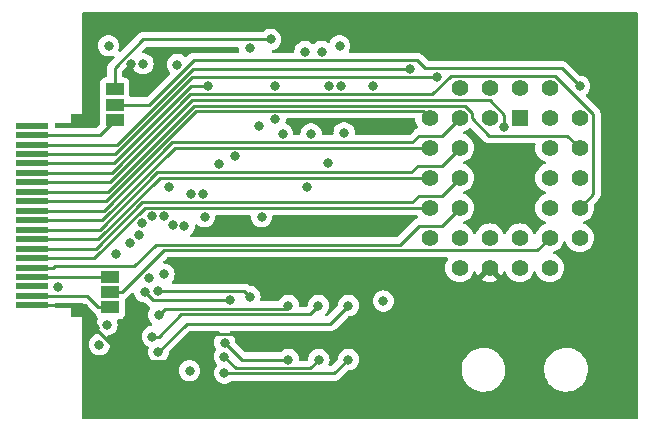
<source format=gbr>
%TF.GenerationSoftware,KiCad,Pcbnew,7.0.10*%
%TF.CreationDate,2024-03-07T18:21:54+01:00*%
%TF.ProjectId,ROM_Card,524f4d5f-4361-4726-942e-6b696361645f,rev?*%
%TF.SameCoordinates,Original*%
%TF.FileFunction,Copper,L4,Bot*%
%TF.FilePolarity,Positive*%
%FSLAX46Y46*%
G04 Gerber Fmt 4.6, Leading zero omitted, Abs format (unit mm)*
G04 Created by KiCad (PCBNEW 7.0.10) date 2024-03-07 18:21:54*
%MOMM*%
%LPD*%
G01*
G04 APERTURE LIST*
%TA.AperFunction,ComponentPad*%
%ADD10R,1.422400X1.422400*%
%TD*%
%TA.AperFunction,ComponentPad*%
%ADD11C,1.422400*%
%TD*%
%TA.AperFunction,SMDPad,CuDef*%
%ADD12R,1.500000X1.000000*%
%TD*%
%TA.AperFunction,SMDPad,CuDef*%
%ADD13R,2.800000X0.550000*%
%TD*%
%TA.AperFunction,ViaPad*%
%ADD14C,0.800000*%
%TD*%
%TA.AperFunction,Conductor*%
%ADD15C,0.250000*%
%TD*%
G04 APERTURE END LIST*
D10*
%TO.P,U2,1,A18*%
%TO.N,/A18*%
X173355000Y-97282000D03*
D11*
%TO.P,U2,2,A16*%
%TO.N,/A16*%
X170815000Y-94742000D03*
%TO.P,U2,3,A15*%
%TO.N,/A15B*%
X170815000Y-97282000D03*
%TO.P,U2,4,A12*%
%TO.N,/A12*%
X168275000Y-94742000D03*
%TO.P,U2,5,A7*%
%TO.N,/A7*%
X165735000Y-97282000D03*
%TO.P,U2,6,A6*%
%TO.N,/A6*%
X168275000Y-97282000D03*
%TO.P,U2,7,A5*%
%TO.N,/A5*%
X165735000Y-99822000D03*
%TO.P,U2,8,A4*%
%TO.N,/A4*%
X168275000Y-99822000D03*
%TO.P,U2,9,A3*%
%TO.N,/A3*%
X165735000Y-102362000D03*
%TO.P,U2,10,A2*%
%TO.N,/A2*%
X168275000Y-102362000D03*
%TO.P,U2,11,A1*%
%TO.N,/A1*%
X165735000Y-104902000D03*
%TO.P,U2,12,A0*%
%TO.N,/A0*%
X168275000Y-104902000D03*
%TO.P,U2,13,D0*%
%TO.N,/D0*%
X165735000Y-107442000D03*
%TO.P,U2,14,D1*%
%TO.N,/D1*%
X168275000Y-109982000D03*
%TO.P,U2,15,D2*%
%TO.N,/D2*%
X168275000Y-107442000D03*
%TO.P,U2,16,GND*%
%TO.N,GND*%
X170815000Y-109982000D03*
%TO.P,U2,17,D3*%
%TO.N,/D3*%
X170815000Y-107442000D03*
%TO.P,U2,18,D4*%
%TO.N,/D4*%
X173355000Y-109982000D03*
%TO.P,U2,19,D5*%
%TO.N,/D5*%
X173355000Y-107442000D03*
%TO.P,U2,20,D6*%
%TO.N,/D6*%
X175895000Y-109982000D03*
%TO.P,U2,21,D7*%
%TO.N,/D7*%
X178435000Y-107442000D03*
%TO.P,U2,22,CE*%
%TO.N,Net-(SCS1-B)*%
X175895000Y-107442000D03*
%TO.P,U2,23,A10*%
%TO.N,/A10*%
X178435000Y-104902000D03*
%TO.P,U2,24,OE*%
%TO.N,/RD*%
X175895000Y-104902000D03*
%TO.P,U2,25,A11*%
%TO.N,/A11*%
X178435000Y-102362000D03*
%TO.P,U2,26,A9*%
%TO.N,/A9*%
X175895000Y-102362000D03*
%TO.P,U2,27,A8*%
%TO.N,/A8*%
X178435000Y-99822000D03*
%TO.P,U2,28,A13*%
%TO.N,/A13*%
X175895000Y-99822000D03*
%TO.P,U2,29,A14*%
%TO.N,Net-(SA14-B)*%
X178435000Y-97282000D03*
%TO.P,U2,30,A17*%
%TO.N,/A17*%
X175895000Y-94742000D03*
%TO.P,U2,31,PGM*%
%TO.N,/PGM{slash}5V*%
X175895000Y-97282000D03*
%TO.P,U2,32,VCC*%
%TO.N,+5V*%
X173355000Y-94742000D03*
%TD*%
D12*
%TO.P,SCS1,1,A*%
%TO.N,/EXT-CS2*%
X138684000Y-113344000D03*
%TO.P,SCS1,2,B*%
%TO.N,Net-(SCS1-B)*%
X138684000Y-112044000D03*
%TO.P,SCS1,3,C*%
%TO.N,/CS*%
X138684000Y-110744000D03*
%TD*%
%TO.P,SA14,1,A*%
%TO.N,/A14B*%
X139065000Y-94869000D03*
%TO.P,SA14,2,B*%
%TO.N,Net-(SA14-B)*%
X139065000Y-96169000D03*
%TO.P,SA14,3,C*%
%TO.N,/A14*%
X139065000Y-97469000D03*
%TD*%
D13*
%TO.P,J1,21,Pin_21*%
%TO.N,/A15*%
X132080000Y-97951000D03*
%TO.P,J1,22,Pin_22*%
%TO.N,/A14*%
X132080000Y-98751000D03*
%TO.P,J1,23,Pin_23*%
%TO.N,/A13*%
X132080000Y-99551000D03*
%TO.P,J1,24,Pin_24*%
%TO.N,/A12*%
X132080000Y-100351000D03*
%TO.P,J1,25,Pin_25*%
%TO.N,/A11*%
X132080000Y-101151000D03*
%TO.P,J1,26,Pin_26*%
%TO.N,/A10*%
X132080000Y-101951000D03*
%TO.P,J1,27,Pin_27*%
%TO.N,/A9*%
X132080000Y-102751000D03*
%TO.P,J1,28,Pin_28*%
%TO.N,/A8*%
X132080000Y-103551000D03*
%TO.P,J1,29,Pin_29*%
%TO.N,/A7*%
X132080000Y-104351000D03*
%TO.P,J1,30,Pin_30*%
%TO.N,/A6*%
X132080000Y-105151000D03*
%TO.P,J1,31,Pin_31*%
%TO.N,/A5*%
X132080000Y-105966000D03*
%TO.P,J1,32,Pin_32*%
%TO.N,/A4*%
X132080000Y-106766000D03*
%TO.P,J1,33,Pin_33*%
%TO.N,/A3*%
X132080000Y-107566000D03*
%TO.P,J1,34,Pin_34*%
%TO.N,/A2*%
X132080000Y-108366000D03*
%TO.P,J1,35,Pin_35*%
%TO.N,/A1*%
X132080000Y-109166000D03*
%TO.P,J1,36,Pin_36*%
%TO.N,/A0*%
X132080000Y-109966000D03*
%TO.P,J1,37,Pin_37*%
%TO.N,/CS*%
X132080000Y-110766000D03*
%TO.P,J1,38,Pin_38*%
%TO.N,/IO-CS3*%
X132080000Y-111566000D03*
%TO.P,J1,39,Pin_39*%
%TO.N,/EXT-CS2*%
X132080000Y-112366000D03*
%TO.P,J1,40,Pin_40*%
%TO.N,GND*%
X132080000Y-113166000D03*
%TD*%
D14*
%TO.N,/D1*%
X152654000Y-97420800D03*
X155194000Y-91681520D03*
%TO.N,/D0*%
X141354955Y-106175955D03*
%TO.N,/IO-CS2*%
X139192000Y-108839000D03*
%TO.N,/D0*%
X150495000Y-91377000D03*
%TO.N,/D2*%
X143637000Y-103124000D03*
X144369604Y-92782298D03*
%TO.N,/A16*%
X157217515Y-94582341D03*
%TO.N,/A15B*%
X158242000Y-94581520D03*
%TO.N,/D3*%
X158496000Y-98552000D03*
X157099000Y-101092000D03*
%TO.N,/A17*%
X160976500Y-94581520D03*
%TO.N,/D4*%
X156591000Y-91681520D03*
%TO.N,/D5*%
X158115000Y-91186000D03*
%TO.N,/A14B*%
X152273000Y-90652000D03*
%TO.N,GND*%
X152654000Y-94581520D03*
%TO.N,/D4*%
X149225000Y-100547000D03*
X141986000Y-110871000D03*
X146685000Y-105664000D03*
%TO.N,/D5*%
X155702000Y-98647000D03*
X155366784Y-103140800D03*
X145415000Y-118701000D03*
%TO.N,Net-(ID1-B)*%
X142790380Y-113993118D03*
%TO.N,Net-(ID2-B)*%
X142255740Y-115806448D03*
%TO.N,/D3*%
X143240380Y-110540704D03*
X147868017Y-101187000D03*
%TO.N,/D2*%
X143965380Y-106341134D03*
X146558000Y-103727000D03*
%TO.N,/D1*%
X144960998Y-106426000D03*
X145542000Y-103727000D03*
%TO.N,/IO-CS1*%
X134239000Y-111633000D03*
%TO.N,/D6*%
X153289000Y-98647000D03*
%TO.N,/A13*%
X164084000Y-93131520D03*
%TO.N,/A12*%
X166355247Y-93838247D03*
%TO.N,/A11*%
X146939000Y-94581520D03*
%TO.N,/IO-CS2*%
X138557000Y-91186000D03*
%TO.N,/WR*%
X140389891Y-107895109D03*
X141462003Y-92710000D03*
%TO.N,GND*%
X137418653Y-115057347D03*
X140462000Y-92710000D03*
%TO.N,/RD*%
X141097000Y-107188000D03*
X151511000Y-105664000D03*
%TO.N,/PGM{slash}5V*%
X138414998Y-114808000D03*
%TO.N,+5V*%
X161814998Y-112806000D03*
X137774736Y-116479264D03*
%TO.N,/D6*%
X143260653Y-105631653D03*
%TO.N,/D7*%
X142240000Y-105627000D03*
X151257000Y-98007000D03*
%TO.N,Net-(SA14-B)*%
X178435000Y-94615000D03*
%TO.N,/A9*%
X172046263Y-98047522D03*
%TO.N,GND*%
X150257998Y-116108000D03*
%TO.N,/IO-CS1*%
X148860998Y-112737000D03*
X141621998Y-112007000D03*
%TO.N,Net-(ID0-B)*%
X150511998Y-112425000D03*
X142778031Y-111956033D03*
%TO.N,Net-(ID7-B)*%
X148352998Y-118902000D03*
X158847000Y-117759000D03*
%TO.N,Net-(ID6-B)*%
X148352998Y-117505000D03*
X156353998Y-117759000D03*
%TO.N,Net-(ID5-B)*%
X148390251Y-116324747D03*
X153767000Y-117759000D03*
%TO.N,Net-(ID3-B)*%
X142764998Y-117124000D03*
X158847000Y-113187000D03*
%TO.N,Net-(ID2-B)*%
X156307000Y-113187000D03*
%TO.N,Net-(ID1-B)*%
X153767000Y-113187000D03*
%TD*%
D15*
%TO.N,GND*%
X137418653Y-115057347D02*
X137418653Y-115097876D01*
X137418653Y-115097876D02*
X140176777Y-117856000D01*
X136534000Y-113166000D02*
X137414000Y-114046000D01*
X132080000Y-113166000D02*
X136534000Y-113166000D01*
X137414000Y-114046000D02*
X137414000Y-115052694D01*
X137414000Y-115052694D02*
X137418653Y-115057347D01*
%TO.N,/A14B*%
X152273000Y-90652000D02*
X141494695Y-90652000D01*
X141494695Y-90652000D02*
X139065000Y-93081695D01*
X139065000Y-93081695D02*
X139065000Y-94869000D01*
%TO.N,Net-(ID1-B)*%
X143321498Y-113462000D02*
X153492000Y-113462000D01*
X142790380Y-113993118D02*
X143321498Y-113462000D01*
%TO.N,Net-(ID2-B)*%
X142812550Y-115806448D02*
X144706998Y-113912000D01*
X142255740Y-115806448D02*
X142812550Y-115806448D01*
%TO.N,/A0*%
X168275000Y-104902000D02*
X166771200Y-106405800D01*
X133874000Y-109966000D02*
X132080000Y-109966000D01*
X166771200Y-106405800D02*
X164846000Y-106405800D01*
X164846000Y-106405800D02*
X163223600Y-108028200D01*
X163223600Y-108028200D02*
X142552105Y-108028200D01*
X142552105Y-108028200D02*
X140725305Y-109855000D01*
X140725305Y-109855000D02*
X133985000Y-109855000D01*
X133985000Y-109855000D02*
X133874000Y-109966000D01*
%TO.N,/A2*%
X168275000Y-102362000D02*
X166771200Y-103865800D01*
X166771200Y-103865800D02*
X164846000Y-103865800D01*
X164846000Y-103865800D02*
X164259800Y-104452000D01*
X164259800Y-104452000D02*
X141417208Y-104452000D01*
X141417208Y-104452000D02*
X137503208Y-108366000D01*
X137503208Y-108366000D02*
X132080000Y-108366000D01*
%TO.N,/A7*%
X132080000Y-104351000D02*
X138336228Y-104351000D01*
X138336228Y-104351000D02*
X145991428Y-96695800D01*
X145991428Y-96695800D02*
X165148800Y-96695800D01*
X165148800Y-96695800D02*
X165735000Y-97282000D01*
%TO.N,/A4*%
X168275000Y-99822000D02*
X166771200Y-101325800D01*
X142684416Y-101912000D02*
X137830416Y-106766000D01*
X166771200Y-101325800D02*
X164719000Y-101325800D01*
X164719000Y-101325800D02*
X164132800Y-101912000D01*
X164132800Y-101912000D02*
X142684416Y-101912000D01*
X137830416Y-106766000D02*
X132080000Y-106766000D01*
%TO.N,/A6*%
X168275000Y-97282000D02*
X166771200Y-98785800D01*
X166771200Y-98785800D02*
X164846000Y-98785800D01*
X143951624Y-99372000D02*
X138172624Y-105151000D01*
X164846000Y-98785800D02*
X164259800Y-99372000D01*
X164259800Y-99372000D02*
X143951624Y-99372000D01*
X138172624Y-105151000D02*
X132080000Y-105151000D01*
%TO.N,Net-(SA14-B)*%
X139065000Y-96169000D02*
X142008208Y-96169000D01*
X142008208Y-96169000D02*
X145770688Y-92406520D01*
X145770688Y-92406520D02*
X164669520Y-92406520D01*
X164669520Y-92406520D02*
X165354000Y-93091000D01*
X165354000Y-93091000D02*
X176911000Y-93091000D01*
X176911000Y-93091000D02*
X178435000Y-94615000D01*
%TO.N,/A13*%
X145682084Y-93131520D02*
X164084000Y-93131520D01*
X139262604Y-99551000D02*
X145682084Y-93131520D01*
%TO.N,/A12*%
X166336974Y-93856520D02*
X166355247Y-93838247D01*
X139099000Y-100351000D02*
X145593480Y-93856520D01*
X145593480Y-93856520D02*
X166336974Y-93856520D01*
%TO.N,/A11*%
X145560124Y-94581520D02*
X146939000Y-94581520D01*
X138990644Y-101151000D02*
X145560124Y-94581520D01*
%TO.N,/A10*%
X138827040Y-101951000D02*
X145471520Y-95306520D01*
X167513000Y-93705800D02*
X176324209Y-93705800D01*
X145471520Y-95306520D02*
X165912280Y-95306520D01*
X165912280Y-95306520D02*
X167513000Y-93705800D01*
%TO.N,GND*%
X170815000Y-109982000D02*
X164689000Y-116108000D01*
X164689000Y-116108000D02*
X150257998Y-116108000D01*
%TO.N,Net-(SCS1-B)*%
X175895000Y-107442000D02*
X174858800Y-108478200D01*
X174858800Y-108478200D02*
X143249800Y-108478200D01*
X143249800Y-108478200D02*
X139684000Y-112044000D01*
X139684000Y-112044000D02*
X138684000Y-112044000D01*
%TO.N,GND*%
X140176777Y-117856000D02*
X143937998Y-117856000D01*
X143937998Y-117856000D02*
X146194251Y-115599747D01*
%TO.N,/A14*%
X132080000Y-98751000D02*
X137783000Y-98751000D01*
X137783000Y-98751000D02*
X139065000Y-97469000D01*
%TO.N,/A13*%
X132080000Y-99551000D02*
X139262604Y-99551000D01*
%TO.N,/A12*%
X132080000Y-100351000D02*
X139099000Y-100351000D01*
%TO.N,/A11*%
X132080000Y-101151000D02*
X138990644Y-101151000D01*
%TO.N,/A10*%
X132080000Y-101951000D02*
X138827040Y-101951000D01*
X176324209Y-93705800D02*
X179578000Y-96959591D01*
X179578000Y-96959591D02*
X179578000Y-103759000D01*
X179578000Y-103759000D02*
X178435000Y-104902000D01*
%TO.N,/A9*%
X172046263Y-97009463D02*
X172046263Y-98047522D01*
X170832600Y-95795800D02*
X172046263Y-97009463D01*
X145618636Y-95795800D02*
X170832600Y-95795800D01*
X138663436Y-102751000D02*
X145618636Y-95795800D01*
X132080000Y-102751000D02*
X138663436Y-102751000D01*
%TO.N,/A8*%
X178435000Y-99822000D02*
X177398800Y-98785800D01*
X169311200Y-97320391D02*
X169311200Y-96852791D01*
X177398800Y-98785800D02*
X170776609Y-98785800D01*
X170776609Y-98785800D02*
X169311200Y-97320391D01*
X169311200Y-96852791D02*
X168704209Y-96245800D01*
X138499832Y-103551000D02*
X132080000Y-103551000D01*
X168704209Y-96245800D02*
X145805032Y-96245800D01*
X145805032Y-96245800D02*
X138499832Y-103551000D01*
%TO.N,/A5*%
X165735000Y-99822000D02*
X144138020Y-99822000D01*
X144138020Y-99822000D02*
X137994020Y-105966000D01*
X137994020Y-105966000D02*
X132080000Y-105966000D01*
%TO.N,/A3*%
X165735000Y-102362000D02*
X142870812Y-102362000D01*
X142870812Y-102362000D02*
X137666812Y-107566000D01*
X137666812Y-107566000D02*
X132080000Y-107566000D01*
%TO.N,/A1*%
X165735000Y-104902000D02*
X141603604Y-104902000D01*
X141603604Y-104902000D02*
X137339604Y-109166000D01*
X137339604Y-109166000D02*
X132080000Y-109166000D01*
%TO.N,/EXT-CS2*%
X138684000Y-113344000D02*
X137684000Y-113344000D01*
X136706000Y-112366000D02*
X132080000Y-112366000D01*
X137684000Y-113344000D02*
X136706000Y-112366000D01*
%TO.N,/CS*%
X138684000Y-110744000D02*
X132102000Y-110744000D01*
%TO.N,GND*%
X149749745Y-115599747D02*
X150257998Y-116108000D01*
X146194251Y-115599747D02*
X149749745Y-115599747D01*
%TO.N,/IO-CS1*%
X142351998Y-112737000D02*
X148860998Y-112737000D01*
X141621998Y-112007000D02*
X142351998Y-112737000D01*
%TO.N,Net-(ID1-B)*%
X153767000Y-113187000D02*
X153492000Y-113462000D01*
%TO.N,Net-(ID0-B)*%
X150043031Y-111956033D02*
X150511998Y-112425000D01*
X142778031Y-111956033D02*
X150043031Y-111956033D01*
%TO.N,Net-(ID7-B)*%
X148384998Y-118934000D02*
X148352998Y-118902000D01*
X157672000Y-118934000D02*
X148384998Y-118934000D01*
X158847000Y-117759000D02*
X157672000Y-118934000D01*
%TO.N,Net-(ID6-B)*%
X149331998Y-118484000D02*
X148352998Y-117505000D01*
X155628998Y-118484000D02*
X149331998Y-118484000D01*
X156353998Y-117759000D02*
X155628998Y-118484000D01*
%TO.N,Net-(ID5-B)*%
X149824504Y-117759000D02*
X148390251Y-116324747D01*
X153767000Y-117759000D02*
X149824504Y-117759000D01*
%TO.N,Net-(ID3-B)*%
X142764998Y-117124000D02*
X145177998Y-114711000D01*
X145177998Y-114711000D02*
X157323000Y-114711000D01*
X157323000Y-114711000D02*
X158847000Y-113187000D01*
%TO.N,Net-(ID2-B)*%
X144706998Y-113912000D02*
X155582000Y-113912000D01*
X155582000Y-113912000D02*
X156307000Y-113187000D01*
%TD*%
%TA.AperFunction,Conductor*%
%TO.N,GND*%
G36*
X183330539Y-88333185D02*
G01*
X183376294Y-88385989D01*
X183387500Y-88437500D01*
X183387500Y-122684500D01*
X183367815Y-122751539D01*
X183315011Y-122797294D01*
X183263500Y-122808500D01*
X136454500Y-122808500D01*
X136387461Y-122788815D01*
X136341706Y-122736011D01*
X136330500Y-122684500D01*
X136330500Y-118701000D01*
X144509540Y-118701000D01*
X144529326Y-118889256D01*
X144529327Y-118889259D01*
X144587818Y-119069277D01*
X144587821Y-119069284D01*
X144682467Y-119233216D01*
X144781922Y-119343672D01*
X144809129Y-119373888D01*
X144962265Y-119485148D01*
X144962270Y-119485151D01*
X145135192Y-119562142D01*
X145135197Y-119562144D01*
X145320354Y-119601500D01*
X145320355Y-119601500D01*
X145509644Y-119601500D01*
X145509646Y-119601500D01*
X145694803Y-119562144D01*
X145867730Y-119485151D01*
X146020871Y-119373888D01*
X146147533Y-119233216D01*
X146242179Y-119069284D01*
X146300674Y-118889256D01*
X146320460Y-118701000D01*
X146300674Y-118512744D01*
X146242179Y-118332716D01*
X146147533Y-118168784D01*
X146020871Y-118028112D01*
X146020870Y-118028111D01*
X145867734Y-117916851D01*
X145867729Y-117916848D01*
X145694807Y-117839857D01*
X145694802Y-117839855D01*
X145549001Y-117808865D01*
X145509646Y-117800500D01*
X145320354Y-117800500D01*
X145287897Y-117807398D01*
X145135197Y-117839855D01*
X145135192Y-117839857D01*
X144962270Y-117916848D01*
X144962265Y-117916851D01*
X144809129Y-118028111D01*
X144682466Y-118168785D01*
X144587821Y-118332715D01*
X144587818Y-118332722D01*
X144529327Y-118512740D01*
X144529326Y-118512744D01*
X144509540Y-118701000D01*
X136330500Y-118701000D01*
X136330500Y-114210759D01*
X136330528Y-114210616D01*
X136330524Y-114210616D01*
X136330539Y-114186002D01*
X136330541Y-114186000D01*
X136330462Y-114185808D01*
X136330384Y-114185618D01*
X136330380Y-114185614D01*
X136330194Y-114185538D01*
X136329987Y-114185453D01*
X136318255Y-114180594D01*
X136292391Y-114173000D01*
X136271000Y-114173000D01*
X135454500Y-114173000D01*
X135387461Y-114153315D01*
X135341706Y-114100511D01*
X135330500Y-114049000D01*
X135330500Y-113410759D01*
X135330528Y-113410616D01*
X135330524Y-113410616D01*
X135330539Y-113386002D01*
X135330541Y-113386000D01*
X135330462Y-113385808D01*
X135330384Y-113385618D01*
X135330380Y-113385614D01*
X135330194Y-113385538D01*
X135330002Y-113385459D01*
X135305446Y-113385459D01*
X135305240Y-113385500D01*
X134104000Y-113385500D01*
X134036961Y-113365815D01*
X133991206Y-113313011D01*
X133980000Y-113261500D01*
X133980000Y-113115500D01*
X133999685Y-113048461D01*
X134052489Y-113002706D01*
X134104000Y-112991500D01*
X136395548Y-112991500D01*
X136462587Y-113011185D01*
X136483228Y-113027818D01*
X136840868Y-113385459D01*
X137183197Y-113727788D01*
X137193022Y-113740051D01*
X137193243Y-113739869D01*
X137198211Y-113745874D01*
X137247222Y-113791899D01*
X137250021Y-113794612D01*
X137269522Y-113814114D01*
X137269526Y-113814117D01*
X137269529Y-113814120D01*
X137272702Y-113816581D01*
X137281574Y-113824159D01*
X137313418Y-113854062D01*
X137330976Y-113863714D01*
X137347233Y-113874393D01*
X137363064Y-113886673D01*
X137375080Y-113891873D01*
X137377394Y-113892874D01*
X137431103Y-113937563D01*
X137444332Y-113963343D01*
X137490202Y-114086328D01*
X137490206Y-114086335D01*
X137576452Y-114201544D01*
X137576455Y-114201547D01*
X137592295Y-114213405D01*
X137634166Y-114269339D01*
X137639150Y-114339030D01*
X137625372Y-114374670D01*
X137587818Y-114439715D01*
X137529325Y-114619740D01*
X137529324Y-114619744D01*
X137509538Y-114808000D01*
X137529324Y-114996256D01*
X137529325Y-114996259D01*
X137587816Y-115176277D01*
X137587819Y-115176284D01*
X137682465Y-115340216D01*
X137718657Y-115380411D01*
X137748887Y-115443402D01*
X137740262Y-115512737D01*
X137695521Y-115566403D01*
X137652288Y-115584673D01*
X137494933Y-115618119D01*
X137494928Y-115618121D01*
X137322006Y-115695112D01*
X137322001Y-115695115D01*
X137168865Y-115806375D01*
X137042202Y-115947049D01*
X136947557Y-116110979D01*
X136947554Y-116110986D01*
X136889063Y-116291004D01*
X136889062Y-116291008D01*
X136869276Y-116479264D01*
X136889062Y-116667520D01*
X136889063Y-116667523D01*
X136947554Y-116847541D01*
X136947557Y-116847548D01*
X137042203Y-117011480D01*
X137154966Y-117136716D01*
X137168865Y-117152152D01*
X137322001Y-117263412D01*
X137322006Y-117263415D01*
X137494928Y-117340406D01*
X137494933Y-117340408D01*
X137680090Y-117379764D01*
X137680091Y-117379764D01*
X137869380Y-117379764D01*
X137869382Y-117379764D01*
X138054539Y-117340408D01*
X138227466Y-117263415D01*
X138380607Y-117152152D01*
X138507269Y-117011480D01*
X138601915Y-116847548D01*
X138660410Y-116667520D01*
X138680196Y-116479264D01*
X138660410Y-116291008D01*
X138601915Y-116110980D01*
X138507269Y-115947048D01*
X138471074Y-115906850D01*
X138440846Y-115843861D01*
X138449471Y-115774526D01*
X138494212Y-115720860D01*
X138537443Y-115702591D01*
X138694801Y-115669144D01*
X138867728Y-115592151D01*
X139020869Y-115480888D01*
X139147531Y-115340216D01*
X139242177Y-115176284D01*
X139300672Y-114996256D01*
X139320458Y-114808000D01*
X139300672Y-114619744D01*
X139269996Y-114525334D01*
X139263980Y-114506817D01*
X139261985Y-114436976D01*
X139298065Y-114377143D01*
X139360766Y-114346315D01*
X139381911Y-114344499D01*
X139481871Y-114344499D01*
X139481872Y-114344499D01*
X139541483Y-114338091D01*
X139676331Y-114287796D01*
X139791546Y-114201546D01*
X139877796Y-114086331D01*
X139928091Y-113951483D01*
X139934500Y-113891873D01*
X139934499Y-112796128D01*
X139928091Y-112736517D01*
X139928090Y-112736515D01*
X139927347Y-112733370D01*
X139927481Y-112730849D01*
X139927262Y-112728804D01*
X139927593Y-112728768D01*
X139931081Y-112663600D01*
X139971943Y-112606925D01*
X139986862Y-112597116D01*
X139987725Y-112596488D01*
X139987732Y-112596486D01*
X140023083Y-112570800D01*
X140032814Y-112564408D01*
X140070420Y-112542170D01*
X140084589Y-112527999D01*
X140099379Y-112515368D01*
X140115587Y-112503594D01*
X140143438Y-112469926D01*
X140151279Y-112461309D01*
X140522160Y-112090428D01*
X140583481Y-112056945D01*
X140653173Y-112061929D01*
X140709106Y-112103801D01*
X140733159Y-112165146D01*
X140736324Y-112195256D01*
X140736325Y-112195259D01*
X140794816Y-112375277D01*
X140794819Y-112375284D01*
X140889465Y-112539216D01*
X140990551Y-112651483D01*
X141016127Y-112679888D01*
X141169263Y-112791148D01*
X141169268Y-112791151D01*
X141342190Y-112868142D01*
X141342195Y-112868144D01*
X141527352Y-112907500D01*
X141586545Y-112907500D01*
X141653584Y-112927185D01*
X141674226Y-112943819D01*
X141851195Y-113120788D01*
X141861020Y-113133051D01*
X141861241Y-113132869D01*
X141866209Y-113138874D01*
X141915220Y-113184899D01*
X141918019Y-113187612D01*
X141937520Y-113207114D01*
X141937524Y-113207117D01*
X141937527Y-113207120D01*
X141940700Y-113209581D01*
X141949572Y-113217159D01*
X141981416Y-113247062D01*
X141998974Y-113256714D01*
X142015234Y-113267395D01*
X142037226Y-113284454D01*
X142035149Y-113287130D01*
X142072323Y-113326973D01*
X142084800Y-113395720D01*
X142060423Y-113454745D01*
X142061665Y-113455647D01*
X142057846Y-113460902D01*
X141963201Y-113624833D01*
X141963198Y-113624840D01*
X141908036Y-113794612D01*
X141904706Y-113804862D01*
X141884920Y-113993118D01*
X141904706Y-114181374D01*
X141904707Y-114181377D01*
X141963198Y-114361395D01*
X141963201Y-114361402D01*
X142057847Y-114525334D01*
X142170498Y-114650445D01*
X142184508Y-114666005D01*
X142209395Y-114684087D01*
X142252060Y-114739417D01*
X142258038Y-114809031D01*
X142225431Y-114870825D01*
X142164592Y-114905182D01*
X142162289Y-114905694D01*
X141975937Y-114945303D01*
X141975932Y-114945305D01*
X141803010Y-115022296D01*
X141803005Y-115022299D01*
X141649869Y-115133559D01*
X141523206Y-115274233D01*
X141428561Y-115438163D01*
X141428558Y-115438170D01*
X141370089Y-115618120D01*
X141370066Y-115618192D01*
X141350280Y-115806448D01*
X141370066Y-115994704D01*
X141370067Y-115994707D01*
X141428558Y-116174725D01*
X141428561Y-116174732D01*
X141523207Y-116338664D01*
X141649869Y-116479336D01*
X141803010Y-116590599D01*
X141865657Y-116618491D01*
X141918891Y-116663740D01*
X141939212Y-116730589D01*
X141933149Y-116770087D01*
X141891634Y-116897857D01*
X141879324Y-116935744D01*
X141859538Y-117124000D01*
X141879324Y-117312256D01*
X141879325Y-117312259D01*
X141937816Y-117492277D01*
X141937819Y-117492284D01*
X142032465Y-117656216D01*
X142134566Y-117769610D01*
X142159127Y-117796888D01*
X142312263Y-117908148D01*
X142312268Y-117908151D01*
X142485190Y-117985142D01*
X142485195Y-117985144D01*
X142670352Y-118024500D01*
X142670353Y-118024500D01*
X142859642Y-118024500D01*
X142859644Y-118024500D01*
X143044801Y-117985144D01*
X143217728Y-117908151D01*
X143370869Y-117796888D01*
X143497531Y-117656216D01*
X143592177Y-117492284D01*
X143650672Y-117312256D01*
X143668319Y-117144344D01*
X143694902Y-117079734D01*
X143703949Y-117069638D01*
X145400770Y-115372819D01*
X145462093Y-115339334D01*
X145488451Y-115336500D01*
X147836802Y-115336500D01*
X147903841Y-115356185D01*
X147949596Y-115408989D01*
X147959540Y-115478147D01*
X147930515Y-115541703D01*
X147909687Y-115560818D01*
X147784380Y-115651858D01*
X147657717Y-115792532D01*
X147563072Y-115956462D01*
X147563069Y-115956469D01*
X147512866Y-116110979D01*
X147504577Y-116136491D01*
X147484791Y-116324747D01*
X147504577Y-116513003D01*
X147504578Y-116513006D01*
X147563069Y-116693024D01*
X147563072Y-116693031D01*
X147638861Y-116824302D01*
X147655334Y-116892203D01*
X147632481Y-116958229D01*
X147623631Y-116969266D01*
X147620470Y-116972776D01*
X147620462Y-116972787D01*
X147525819Y-117136715D01*
X147525816Y-117136722D01*
X147468782Y-117312256D01*
X147467324Y-117316744D01*
X147447538Y-117505000D01*
X147467324Y-117693256D01*
X147467325Y-117693259D01*
X147525816Y-117873277D01*
X147525819Y-117873284D01*
X147620465Y-118037216D01*
X147661133Y-118082382D01*
X147695479Y-118120528D01*
X147725709Y-118183520D01*
X147717083Y-118252855D01*
X147695479Y-118286472D01*
X147620464Y-118369785D01*
X147525819Y-118533715D01*
X147525816Y-118533722D01*
X147467325Y-118713740D01*
X147467324Y-118713744D01*
X147447538Y-118902000D01*
X147467324Y-119090256D01*
X147467325Y-119090259D01*
X147525816Y-119270277D01*
X147525819Y-119270284D01*
X147620465Y-119434216D01*
X147734567Y-119560939D01*
X147747127Y-119574888D01*
X147900263Y-119686148D01*
X147900268Y-119686151D01*
X148073190Y-119763142D01*
X148073195Y-119763144D01*
X148258352Y-119802500D01*
X148258353Y-119802500D01*
X148447642Y-119802500D01*
X148447644Y-119802500D01*
X148632801Y-119763144D01*
X148805728Y-119686151D01*
X148922241Y-119601500D01*
X148947454Y-119583182D01*
X149013260Y-119559702D01*
X149020339Y-119559500D01*
X157589257Y-119559500D01*
X157604877Y-119561224D01*
X157604904Y-119560939D01*
X157612660Y-119561671D01*
X157612667Y-119561673D01*
X157679873Y-119559561D01*
X157683768Y-119559500D01*
X157711346Y-119559500D01*
X157711350Y-119559500D01*
X157715324Y-119558997D01*
X157726963Y-119558080D01*
X157770627Y-119556709D01*
X157789869Y-119551117D01*
X157808912Y-119547174D01*
X157828792Y-119544664D01*
X157869401Y-119528585D01*
X157880444Y-119524803D01*
X157922390Y-119512618D01*
X157939629Y-119502422D01*
X157957103Y-119493862D01*
X157975727Y-119486488D01*
X157975727Y-119486487D01*
X157975732Y-119486486D01*
X158011083Y-119460800D01*
X158020814Y-119454408D01*
X158058420Y-119432170D01*
X158072589Y-119417999D01*
X158087379Y-119405368D01*
X158103587Y-119393594D01*
X158131438Y-119359926D01*
X158139279Y-119351309D01*
X158794772Y-118695819D01*
X158813188Y-118685763D01*
X168437787Y-118685763D01*
X168467413Y-118955013D01*
X168467415Y-118955024D01*
X168535926Y-119217082D01*
X168535928Y-119217088D01*
X168641870Y-119466390D01*
X168713998Y-119584575D01*
X168782979Y-119697605D01*
X168782986Y-119697615D01*
X168956253Y-119905819D01*
X168956259Y-119905824D01*
X169157998Y-120086582D01*
X169383910Y-120236044D01*
X169629176Y-120351020D01*
X169629183Y-120351022D01*
X169629185Y-120351023D01*
X169888557Y-120429057D01*
X169888564Y-120429058D01*
X169888569Y-120429060D01*
X170156561Y-120468500D01*
X170156566Y-120468500D01*
X170359629Y-120468500D01*
X170359631Y-120468500D01*
X170359636Y-120468499D01*
X170359648Y-120468499D01*
X170397191Y-120465750D01*
X170562156Y-120453677D01*
X170674758Y-120428593D01*
X170826546Y-120394782D01*
X170826548Y-120394781D01*
X170826553Y-120394780D01*
X171079558Y-120298014D01*
X171315777Y-120165441D01*
X171530177Y-119999888D01*
X171718186Y-119804881D01*
X171875799Y-119584579D01*
X171967939Y-119405365D01*
X171999649Y-119343690D01*
X171999651Y-119343684D01*
X171999656Y-119343675D01*
X172087118Y-119087305D01*
X172136319Y-118820933D01*
X172141259Y-118685763D01*
X175437787Y-118685763D01*
X175467413Y-118955013D01*
X175467415Y-118955024D01*
X175535926Y-119217082D01*
X175535928Y-119217088D01*
X175641870Y-119466390D01*
X175713998Y-119584575D01*
X175782979Y-119697605D01*
X175782986Y-119697615D01*
X175956253Y-119905819D01*
X175956259Y-119905824D01*
X176157998Y-120086582D01*
X176383910Y-120236044D01*
X176629176Y-120351020D01*
X176629183Y-120351022D01*
X176629185Y-120351023D01*
X176888557Y-120429057D01*
X176888564Y-120429058D01*
X176888569Y-120429060D01*
X177156561Y-120468500D01*
X177156566Y-120468500D01*
X177359629Y-120468500D01*
X177359631Y-120468500D01*
X177359636Y-120468499D01*
X177359648Y-120468499D01*
X177397191Y-120465750D01*
X177562156Y-120453677D01*
X177674758Y-120428593D01*
X177826546Y-120394782D01*
X177826548Y-120394781D01*
X177826553Y-120394780D01*
X178079558Y-120298014D01*
X178315777Y-120165441D01*
X178530177Y-119999888D01*
X178718186Y-119804881D01*
X178875799Y-119584579D01*
X178967939Y-119405365D01*
X178999649Y-119343690D01*
X178999651Y-119343684D01*
X178999656Y-119343675D01*
X179087118Y-119087305D01*
X179136319Y-118820933D01*
X179146212Y-118550235D01*
X179116586Y-118280982D01*
X179048072Y-118018912D01*
X178942130Y-117769610D01*
X178801018Y-117538390D01*
X178773231Y-117505000D01*
X178627746Y-117330180D01*
X178627740Y-117330175D01*
X178426002Y-117149418D01*
X178200092Y-116999957D01*
X178146536Y-116974851D01*
X177954824Y-116884980D01*
X177954819Y-116884978D01*
X177954814Y-116884976D01*
X177695442Y-116806942D01*
X177695428Y-116806939D01*
X177579791Y-116789921D01*
X177427439Y-116767500D01*
X177224369Y-116767500D01*
X177224351Y-116767500D01*
X177021844Y-116782323D01*
X177021831Y-116782325D01*
X176757453Y-116841217D01*
X176757446Y-116841220D01*
X176504439Y-116937987D01*
X176268226Y-117070557D01*
X176268224Y-117070558D01*
X176268223Y-117070559D01*
X176239842Y-117092474D01*
X176053822Y-117236112D01*
X175865822Y-117431109D01*
X175865816Y-117431116D01*
X175708202Y-117651419D01*
X175708199Y-117651424D01*
X175584350Y-117892309D01*
X175584343Y-117892327D01*
X175496884Y-118148685D01*
X175496881Y-118148699D01*
X175447681Y-118415068D01*
X175447680Y-118415075D01*
X175437787Y-118685763D01*
X172141259Y-118685763D01*
X172146212Y-118550235D01*
X172116586Y-118280982D01*
X172048072Y-118018912D01*
X171942130Y-117769610D01*
X171801018Y-117538390D01*
X171773231Y-117505000D01*
X171627746Y-117330180D01*
X171627740Y-117330175D01*
X171426002Y-117149418D01*
X171200092Y-116999957D01*
X171146536Y-116974851D01*
X170954824Y-116884980D01*
X170954819Y-116884978D01*
X170954814Y-116884976D01*
X170695442Y-116806942D01*
X170695428Y-116806939D01*
X170579791Y-116789921D01*
X170427439Y-116767500D01*
X170224369Y-116767500D01*
X170224351Y-116767500D01*
X170021844Y-116782323D01*
X170021831Y-116782325D01*
X169757453Y-116841217D01*
X169757446Y-116841220D01*
X169504439Y-116937987D01*
X169268226Y-117070557D01*
X169268224Y-117070558D01*
X169268223Y-117070559D01*
X169239842Y-117092474D01*
X169053822Y-117236112D01*
X168865822Y-117431109D01*
X168865816Y-117431116D01*
X168708202Y-117651419D01*
X168708199Y-117651424D01*
X168584350Y-117892309D01*
X168584343Y-117892327D01*
X168496884Y-118148685D01*
X168496881Y-118148699D01*
X168447681Y-118415068D01*
X168447680Y-118415075D01*
X168437787Y-118685763D01*
X158813188Y-118685763D01*
X158856095Y-118662334D01*
X158882453Y-118659500D01*
X158941644Y-118659500D01*
X158941646Y-118659500D01*
X159126803Y-118620144D01*
X159299730Y-118543151D01*
X159452871Y-118431888D01*
X159579533Y-118291216D01*
X159674179Y-118127284D01*
X159732674Y-117947256D01*
X159752460Y-117759000D01*
X159732674Y-117570744D01*
X159674179Y-117390716D01*
X159579533Y-117226784D01*
X159452871Y-117086112D01*
X159452870Y-117086111D01*
X159299734Y-116974851D01*
X159299729Y-116974848D01*
X159126807Y-116897857D01*
X159126802Y-116897855D01*
X158981001Y-116866865D01*
X158941646Y-116858500D01*
X158752354Y-116858500D01*
X158719897Y-116865398D01*
X158567197Y-116897855D01*
X158567192Y-116897857D01*
X158394270Y-116974848D01*
X158394265Y-116974851D01*
X158241129Y-117086111D01*
X158114466Y-117226785D01*
X158019821Y-117390715D01*
X158019818Y-117390722D01*
X157971837Y-117538394D01*
X157961326Y-117570744D01*
X157943679Y-117738649D01*
X157917094Y-117803263D01*
X157908039Y-117813368D01*
X157449228Y-118272181D01*
X157387905Y-118305666D01*
X157361547Y-118308500D01*
X157291326Y-118308500D01*
X157224287Y-118288815D01*
X157178532Y-118236011D01*
X157168588Y-118166853D01*
X157180000Y-118133865D01*
X157178536Y-118133214D01*
X157181172Y-118127292D01*
X157181177Y-118127284D01*
X157239672Y-117947256D01*
X157259458Y-117759000D01*
X157239672Y-117570744D01*
X157181177Y-117390716D01*
X157086531Y-117226784D01*
X156959869Y-117086112D01*
X156959868Y-117086111D01*
X156806732Y-116974851D01*
X156806727Y-116974848D01*
X156633805Y-116897857D01*
X156633800Y-116897855D01*
X156487999Y-116866865D01*
X156448644Y-116858500D01*
X156259352Y-116858500D01*
X156226895Y-116865398D01*
X156074195Y-116897855D01*
X156074190Y-116897857D01*
X155901268Y-116974848D01*
X155901263Y-116974851D01*
X155748127Y-117086111D01*
X155621464Y-117226785D01*
X155526819Y-117390715D01*
X155526816Y-117390722D01*
X155478835Y-117538394D01*
X155468324Y-117570744D01*
X155450677Y-117738649D01*
X155424092Y-117803263D01*
X155415042Y-117813363D01*
X155406230Y-117822176D01*
X155344909Y-117855665D01*
X155318544Y-117858500D01*
X154794568Y-117858500D01*
X154727529Y-117838815D01*
X154681774Y-117786011D01*
X154671247Y-117747462D01*
X154670321Y-117738649D01*
X154652674Y-117570744D01*
X154594179Y-117390716D01*
X154499533Y-117226784D01*
X154372871Y-117086112D01*
X154372870Y-117086111D01*
X154219734Y-116974851D01*
X154219729Y-116974848D01*
X154046807Y-116897857D01*
X154046802Y-116897855D01*
X153901001Y-116866865D01*
X153861646Y-116858500D01*
X153672354Y-116858500D01*
X153639897Y-116865398D01*
X153487197Y-116897855D01*
X153487192Y-116897857D01*
X153314270Y-116974848D01*
X153314265Y-116974851D01*
X153161130Y-117086110D01*
X153161126Y-117086114D01*
X153155400Y-117092474D01*
X153095913Y-117129121D01*
X153063252Y-117133500D01*
X150134956Y-117133500D01*
X150067917Y-117113815D01*
X150047275Y-117097181D01*
X149329211Y-116379116D01*
X149295726Y-116317793D01*
X149293574Y-116304415D01*
X149275925Y-116136491D01*
X149217430Y-115956463D01*
X149122784Y-115792531D01*
X148996122Y-115651859D01*
X148996121Y-115651858D01*
X148870815Y-115560818D01*
X148828149Y-115505488D01*
X148822170Y-115435875D01*
X148854776Y-115374080D01*
X148915614Y-115339723D01*
X148943700Y-115336500D01*
X157240257Y-115336500D01*
X157255877Y-115338224D01*
X157255904Y-115337939D01*
X157263660Y-115338671D01*
X157263667Y-115338673D01*
X157330873Y-115336561D01*
X157334768Y-115336500D01*
X157362346Y-115336500D01*
X157362350Y-115336500D01*
X157366324Y-115335997D01*
X157377963Y-115335080D01*
X157421627Y-115333709D01*
X157440869Y-115328117D01*
X157459912Y-115324174D01*
X157479792Y-115321664D01*
X157520401Y-115305585D01*
X157531444Y-115301803D01*
X157573390Y-115289618D01*
X157590629Y-115279422D01*
X157608103Y-115270862D01*
X157626727Y-115263488D01*
X157626727Y-115263487D01*
X157626732Y-115263486D01*
X157662083Y-115237800D01*
X157671814Y-115231408D01*
X157709420Y-115209170D01*
X157723589Y-115194999D01*
X157738379Y-115182368D01*
X157754587Y-115170594D01*
X157782438Y-115136926D01*
X157790279Y-115128309D01*
X158794772Y-114123819D01*
X158856095Y-114090334D01*
X158882453Y-114087500D01*
X158941644Y-114087500D01*
X158941646Y-114087500D01*
X159126803Y-114048144D01*
X159299730Y-113971151D01*
X159452871Y-113859888D01*
X159579533Y-113719216D01*
X159674179Y-113555284D01*
X159732674Y-113375256D01*
X159752460Y-113187000D01*
X159732674Y-112998744D01*
X159674179Y-112818716D01*
X159666837Y-112806000D01*
X160909538Y-112806000D01*
X160929324Y-112994256D01*
X160929325Y-112994259D01*
X160987816Y-113174277D01*
X160987819Y-113174284D01*
X161082465Y-113338216D01*
X161188201Y-113455647D01*
X161209127Y-113478888D01*
X161362263Y-113590148D01*
X161362268Y-113590151D01*
X161535190Y-113667142D01*
X161535195Y-113667144D01*
X161720352Y-113706500D01*
X161720353Y-113706500D01*
X161909642Y-113706500D01*
X161909644Y-113706500D01*
X162094801Y-113667144D01*
X162267728Y-113590151D01*
X162420869Y-113478888D01*
X162547531Y-113338216D01*
X162642177Y-113174284D01*
X162700672Y-112994256D01*
X162720458Y-112806000D01*
X162700672Y-112617744D01*
X162642177Y-112437716D01*
X162547531Y-112273784D01*
X162420869Y-112133112D01*
X162380526Y-112103801D01*
X162267732Y-112021851D01*
X162267727Y-112021848D01*
X162094805Y-111944857D01*
X162094800Y-111944855D01*
X161948999Y-111913865D01*
X161909644Y-111905500D01*
X161720352Y-111905500D01*
X161687895Y-111912398D01*
X161535195Y-111944855D01*
X161535190Y-111944857D01*
X161362268Y-112021848D01*
X161362263Y-112021851D01*
X161209127Y-112133111D01*
X161082464Y-112273785D01*
X160987819Y-112437715D01*
X160987816Y-112437722D01*
X160930782Y-112613256D01*
X160929324Y-112617744D01*
X160909538Y-112806000D01*
X159666837Y-112806000D01*
X159579533Y-112654784D01*
X159452871Y-112514112D01*
X159438396Y-112503595D01*
X159299734Y-112402851D01*
X159299729Y-112402848D01*
X159126807Y-112325857D01*
X159126802Y-112325855D01*
X158981001Y-112294865D01*
X158941646Y-112286500D01*
X158752354Y-112286500D01*
X158719897Y-112293398D01*
X158567197Y-112325855D01*
X158567192Y-112325857D01*
X158394270Y-112402848D01*
X158394265Y-112402851D01*
X158241129Y-112514111D01*
X158114466Y-112654785D01*
X158019821Y-112818715D01*
X158019818Y-112818722D01*
X157962784Y-112994256D01*
X157961326Y-112998744D01*
X157947229Y-113132869D01*
X157943679Y-113166649D01*
X157917094Y-113231263D01*
X157908039Y-113241368D01*
X157100228Y-114049181D01*
X157038905Y-114082666D01*
X157012547Y-114085500D01*
X156983975Y-114085500D01*
X156916936Y-114065815D01*
X156871181Y-114013011D01*
X156861237Y-113943853D01*
X156890262Y-113880297D01*
X156911091Y-113861181D01*
X156912871Y-113859888D01*
X157039533Y-113719216D01*
X157134179Y-113555284D01*
X157192674Y-113375256D01*
X157212460Y-113187000D01*
X157192674Y-112998744D01*
X157134179Y-112818716D01*
X157039533Y-112654784D01*
X156912871Y-112514112D01*
X156898396Y-112503595D01*
X156759734Y-112402851D01*
X156759729Y-112402848D01*
X156586807Y-112325857D01*
X156586802Y-112325855D01*
X156441001Y-112294865D01*
X156401646Y-112286500D01*
X156212354Y-112286500D01*
X156179897Y-112293398D01*
X156027197Y-112325855D01*
X156027192Y-112325857D01*
X155854270Y-112402848D01*
X155854265Y-112402851D01*
X155701129Y-112514111D01*
X155574466Y-112654785D01*
X155479821Y-112818715D01*
X155479818Y-112818722D01*
X155422784Y-112994256D01*
X155421326Y-112998744D01*
X155407229Y-113132869D01*
X155403679Y-113166649D01*
X155377094Y-113231263D01*
X155368044Y-113241363D01*
X155359232Y-113250176D01*
X155297911Y-113283665D01*
X155271546Y-113286500D01*
X154794568Y-113286500D01*
X154727529Y-113266815D01*
X154681774Y-113214011D01*
X154671247Y-113175462D01*
X154652674Y-112998744D01*
X154594179Y-112818716D01*
X154499533Y-112654784D01*
X154372871Y-112514112D01*
X154358396Y-112503595D01*
X154219734Y-112402851D01*
X154219729Y-112402848D01*
X154046807Y-112325857D01*
X154046802Y-112325855D01*
X153901001Y-112294865D01*
X153861646Y-112286500D01*
X153672354Y-112286500D01*
X153639897Y-112293398D01*
X153487197Y-112325855D01*
X153487192Y-112325857D01*
X153314270Y-112402848D01*
X153314265Y-112402851D01*
X153161129Y-112514111D01*
X153034466Y-112654785D01*
X152965349Y-112774500D01*
X152914782Y-112822715D01*
X152857962Y-112836500D01*
X151495807Y-112836500D01*
X151428768Y-112816815D01*
X151383013Y-112764011D01*
X151373069Y-112694853D01*
X151377876Y-112674182D01*
X151384178Y-112654785D01*
X151397672Y-112613256D01*
X151417458Y-112425000D01*
X151397672Y-112236744D01*
X151339177Y-112056716D01*
X151244531Y-111892784D01*
X151117869Y-111752112D01*
X151117868Y-111752111D01*
X150964732Y-111640851D01*
X150964727Y-111640848D01*
X150791805Y-111563857D01*
X150791800Y-111563855D01*
X150645999Y-111532865D01*
X150606644Y-111524500D01*
X150606643Y-111524500D01*
X150547452Y-111524500D01*
X150480413Y-111504815D01*
X150459771Y-111488181D01*
X150457508Y-111485918D01*
X150457502Y-111485913D01*
X150454317Y-111483442D01*
X150445465Y-111475881D01*
X150413613Y-111445971D01*
X150413611Y-111445969D01*
X150413608Y-111445968D01*
X150396060Y-111436321D01*
X150379794Y-111425637D01*
X150363963Y-111413357D01*
X150323880Y-111396011D01*
X150313394Y-111390874D01*
X150275125Y-111369836D01*
X150275123Y-111369835D01*
X150255724Y-111364855D01*
X150237312Y-111358551D01*
X150218929Y-111350595D01*
X150218923Y-111350593D01*
X150175791Y-111343762D01*
X150164353Y-111341394D01*
X150122051Y-111330533D01*
X150122050Y-111330533D01*
X150102015Y-111330533D01*
X150082617Y-111329006D01*
X150075193Y-111327830D01*
X150062836Y-111325873D01*
X150062835Y-111325873D01*
X150019356Y-111329983D01*
X150007687Y-111330533D01*
X144019465Y-111330533D01*
X143952426Y-111310848D01*
X143906671Y-111258044D01*
X143896727Y-111188886D01*
X143925752Y-111125330D01*
X143927316Y-111123560D01*
X143958543Y-111088879D01*
X143972913Y-111072920D01*
X144067559Y-110908988D01*
X144126054Y-110728960D01*
X144145840Y-110540704D01*
X144126054Y-110352448D01*
X144067559Y-110172420D01*
X143972913Y-110008488D01*
X143846251Y-109867816D01*
X143846250Y-109867815D01*
X143693114Y-109756555D01*
X143693109Y-109756552D01*
X143520187Y-109679561D01*
X143520182Y-109679559D01*
X143374381Y-109648569D01*
X143335026Y-109640204D01*
X143271747Y-109640204D01*
X143204708Y-109620519D01*
X143158953Y-109567715D01*
X143149009Y-109498557D01*
X143178034Y-109435001D01*
X143184066Y-109428523D01*
X143238502Y-109374088D01*
X143472571Y-109140019D01*
X143533894Y-109106534D01*
X143560252Y-109103700D01*
X167172578Y-109103700D01*
X167239617Y-109123385D01*
X167285372Y-109176189D01*
X167295316Y-109245347D01*
X167274153Y-109298823D01*
X167221631Y-109373831D01*
X167221629Y-109373835D01*
X167132027Y-109565989D01*
X167132023Y-109565998D01*
X167077152Y-109770781D01*
X167077150Y-109770791D01*
X167058672Y-109981999D01*
X167058672Y-109982000D01*
X167077150Y-110193208D01*
X167077152Y-110193218D01*
X167132023Y-110398001D01*
X167132025Y-110398005D01*
X167132026Y-110398009D01*
X167153065Y-110443127D01*
X167221629Y-110590164D01*
X167221631Y-110590168D01*
X167343235Y-110763836D01*
X167343240Y-110763842D01*
X167493157Y-110913759D01*
X167493163Y-110913764D01*
X167666831Y-111035368D01*
X167666833Y-111035369D01*
X167666836Y-111035371D01*
X167858991Y-111124974D01*
X167858997Y-111124975D01*
X167858998Y-111124976D01*
X167908286Y-111138182D01*
X168063787Y-111179849D01*
X168232757Y-111194632D01*
X168274999Y-111198328D01*
X168275000Y-111198328D01*
X168275001Y-111198328D01*
X168310202Y-111195248D01*
X168486213Y-111179849D01*
X168691009Y-111124974D01*
X168883164Y-111035371D01*
X169056841Y-110913761D01*
X169206761Y-110763841D01*
X169328371Y-110590164D01*
X169417974Y-110398009D01*
X169418023Y-110397829D01*
X169425483Y-110369986D01*
X169461847Y-110310325D01*
X169524694Y-110279795D01*
X169594069Y-110288089D01*
X169647948Y-110332574D01*
X169665033Y-110369985D01*
X169672493Y-110397829D01*
X169672497Y-110397838D01*
X169762062Y-110589912D01*
X169762063Y-110589914D01*
X169799733Y-110643712D01*
X169799733Y-110643713D01*
X170417046Y-110026400D01*
X170429835Y-110107148D01*
X170487359Y-110220045D01*
X170576955Y-110309641D01*
X170689852Y-110367165D01*
X170770599Y-110379953D01*
X170153285Y-110997265D01*
X170207087Y-111034937D01*
X170399161Y-111124502D01*
X170399170Y-111124506D01*
X170603868Y-111179354D01*
X170603879Y-111179356D01*
X170814998Y-111197827D01*
X170815002Y-111197827D01*
X171026120Y-111179356D01*
X171026131Y-111179354D01*
X171230829Y-111124506D01*
X171230838Y-111124502D01*
X171422913Y-111034937D01*
X171422917Y-111034935D01*
X171476713Y-110997266D01*
X170859401Y-110379953D01*
X170940148Y-110367165D01*
X171053045Y-110309641D01*
X171142641Y-110220045D01*
X171200165Y-110107148D01*
X171212953Y-110026400D01*
X171830266Y-110643713D01*
X171867935Y-110589917D01*
X171867937Y-110589913D01*
X171957502Y-110397838D01*
X171957505Y-110397830D01*
X171964965Y-110369989D01*
X172001328Y-110310327D01*
X172064174Y-110279796D01*
X172133549Y-110288088D01*
X172187429Y-110332571D01*
X172204515Y-110369982D01*
X172212022Y-110397998D01*
X172212024Y-110398005D01*
X172212026Y-110398009D01*
X172233065Y-110443127D01*
X172301629Y-110590164D01*
X172301631Y-110590168D01*
X172423235Y-110763836D01*
X172423240Y-110763842D01*
X172573157Y-110913759D01*
X172573163Y-110913764D01*
X172746831Y-111035368D01*
X172746833Y-111035369D01*
X172746836Y-111035371D01*
X172938991Y-111124974D01*
X172938997Y-111124975D01*
X172938998Y-111124976D01*
X172988286Y-111138182D01*
X173143787Y-111179849D01*
X173312757Y-111194632D01*
X173354999Y-111198328D01*
X173355000Y-111198328D01*
X173355001Y-111198328D01*
X173390202Y-111195248D01*
X173566213Y-111179849D01*
X173771009Y-111124974D01*
X173963164Y-111035371D01*
X174136841Y-110913761D01*
X174286761Y-110763841D01*
X174408371Y-110590164D01*
X174497974Y-110398009D01*
X174505225Y-110370949D01*
X174541590Y-110311288D01*
X174604437Y-110280759D01*
X174673812Y-110289054D01*
X174727690Y-110333539D01*
X174744775Y-110370949D01*
X174752023Y-110398001D01*
X174752025Y-110398005D01*
X174752026Y-110398009D01*
X174773065Y-110443127D01*
X174841629Y-110590164D01*
X174841631Y-110590168D01*
X174963235Y-110763836D01*
X174963240Y-110763842D01*
X175113157Y-110913759D01*
X175113163Y-110913764D01*
X175286831Y-111035368D01*
X175286833Y-111035369D01*
X175286836Y-111035371D01*
X175478991Y-111124974D01*
X175478997Y-111124975D01*
X175478998Y-111124976D01*
X175528286Y-111138182D01*
X175683787Y-111179849D01*
X175852757Y-111194632D01*
X175894999Y-111198328D01*
X175895000Y-111198328D01*
X175895001Y-111198328D01*
X175930202Y-111195248D01*
X176106213Y-111179849D01*
X176311009Y-111124974D01*
X176503164Y-111035371D01*
X176676841Y-110913761D01*
X176826761Y-110763841D01*
X176948371Y-110590164D01*
X177037974Y-110398009D01*
X177092849Y-110193213D01*
X177111328Y-109982000D01*
X177092849Y-109770787D01*
X177038020Y-109566161D01*
X177037976Y-109565998D01*
X177037975Y-109565996D01*
X177037974Y-109565991D01*
X176948371Y-109373836D01*
X176948369Y-109373833D01*
X176948368Y-109373831D01*
X176826764Y-109200163D01*
X176826759Y-109200157D01*
X176676842Y-109050240D01*
X176676836Y-109050235D01*
X176503168Y-108928631D01*
X176503164Y-108928629D01*
X176311009Y-108839026D01*
X176311005Y-108839025D01*
X176311001Y-108839023D01*
X176283949Y-108831775D01*
X176224288Y-108795410D01*
X176193759Y-108732563D01*
X176202054Y-108663188D01*
X176246539Y-108609310D01*
X176283949Y-108592225D01*
X176301930Y-108587406D01*
X176311009Y-108584974D01*
X176503164Y-108495371D01*
X176676841Y-108373761D01*
X176826761Y-108223841D01*
X176948371Y-108050164D01*
X177037974Y-107858009D01*
X177045225Y-107830949D01*
X177081590Y-107771288D01*
X177144437Y-107740759D01*
X177213812Y-107749054D01*
X177267690Y-107793539D01*
X177284775Y-107830949D01*
X177292023Y-107858001D01*
X177292025Y-107858005D01*
X177292026Y-107858009D01*
X177348565Y-107979257D01*
X177381629Y-108050164D01*
X177381631Y-108050168D01*
X177503235Y-108223836D01*
X177503240Y-108223842D01*
X177653157Y-108373759D01*
X177653163Y-108373764D01*
X177826831Y-108495368D01*
X177826833Y-108495369D01*
X177826836Y-108495371D01*
X178018991Y-108584974D01*
X178223787Y-108639849D01*
X178392757Y-108654632D01*
X178434999Y-108658328D01*
X178435000Y-108658328D01*
X178435001Y-108658328D01*
X178470202Y-108655248D01*
X178646213Y-108639849D01*
X178851009Y-108584974D01*
X179043164Y-108495371D01*
X179216841Y-108373761D01*
X179366761Y-108223841D01*
X179488371Y-108050164D01*
X179577974Y-107858009D01*
X179632849Y-107653213D01*
X179651328Y-107442000D01*
X179649187Y-107417534D01*
X179642819Y-107344744D01*
X179632849Y-107230787D01*
X179577974Y-107025991D01*
X179488371Y-106833836D01*
X179488369Y-106833833D01*
X179488368Y-106833831D01*
X179366764Y-106660163D01*
X179366759Y-106660157D01*
X179216842Y-106510240D01*
X179216836Y-106510235D01*
X179043168Y-106388631D01*
X179043164Y-106388629D01*
X179032201Y-106383517D01*
X178851009Y-106299026D01*
X178851005Y-106299025D01*
X178851001Y-106299023D01*
X178823949Y-106291775D01*
X178764288Y-106255410D01*
X178733759Y-106192563D01*
X178742054Y-106123188D01*
X178786539Y-106069310D01*
X178823949Y-106052225D01*
X178841930Y-106047406D01*
X178851009Y-106044974D01*
X179043164Y-105955371D01*
X179216841Y-105833761D01*
X179366761Y-105683841D01*
X179488371Y-105510164D01*
X179577974Y-105318009D01*
X179632849Y-105113213D01*
X179651328Y-104902000D01*
X179632849Y-104690787D01*
X179629813Y-104679455D01*
X179631476Y-104609605D01*
X179661905Y-104559684D01*
X179961788Y-104259801D01*
X179974042Y-104249986D01*
X179973859Y-104249764D01*
X179979868Y-104244791D01*
X179979877Y-104244786D01*
X180025949Y-104195722D01*
X180028566Y-104193023D01*
X180048120Y-104173471D01*
X180050576Y-104170303D01*
X180058156Y-104161427D01*
X180088062Y-104129582D01*
X180097713Y-104112024D01*
X180108396Y-104095761D01*
X180120673Y-104079936D01*
X180138021Y-104039844D01*
X180143151Y-104029371D01*
X180164197Y-103991092D01*
X180169180Y-103971680D01*
X180175481Y-103953280D01*
X180183437Y-103934896D01*
X180190270Y-103891748D01*
X180192633Y-103880338D01*
X180203500Y-103838019D01*
X180203500Y-103817983D01*
X180205027Y-103798582D01*
X180208160Y-103778804D01*
X180204050Y-103735324D01*
X180203500Y-103723655D01*
X180203500Y-97042328D01*
X180205224Y-97026714D01*
X180204938Y-97026687D01*
X180205672Y-97018924D01*
X180203561Y-96951734D01*
X180203500Y-96947840D01*
X180203500Y-96920242D01*
X180203500Y-96920241D01*
X180202997Y-96916261D01*
X180202080Y-96904612D01*
X180200709Y-96860965D01*
X180200709Y-96860963D01*
X180195120Y-96841728D01*
X180191174Y-96822675D01*
X180190710Y-96819000D01*
X180188664Y-96802799D01*
X180172578Y-96762172D01*
X180168803Y-96751145D01*
X180156617Y-96709201D01*
X180146421Y-96691960D01*
X180137860Y-96674484D01*
X180130486Y-96655860D01*
X180130485Y-96655858D01*
X180104809Y-96620517D01*
X180098412Y-96610781D01*
X180076170Y-96573170D01*
X180076167Y-96573167D01*
X180076165Y-96573164D01*
X180062005Y-96559004D01*
X180049370Y-96544211D01*
X180037593Y-96528003D01*
X180003945Y-96500167D01*
X179995304Y-96492304D01*
X178998744Y-95495744D01*
X178965259Y-95434421D01*
X178970243Y-95364729D01*
X179012115Y-95308796D01*
X179013541Y-95307744D01*
X179040871Y-95287888D01*
X179167533Y-95147216D01*
X179262179Y-94983284D01*
X179320674Y-94803256D01*
X179340460Y-94615000D01*
X179320674Y-94426744D01*
X179262179Y-94246716D01*
X179167533Y-94082784D01*
X179040871Y-93942112D01*
X179017602Y-93925206D01*
X178887734Y-93830851D01*
X178887729Y-93830848D01*
X178714807Y-93753857D01*
X178714802Y-93753855D01*
X178569001Y-93722865D01*
X178529646Y-93714500D01*
X178529645Y-93714500D01*
X178470453Y-93714500D01*
X178403414Y-93694815D01*
X178382772Y-93678181D01*
X177411803Y-92707212D01*
X177401980Y-92694950D01*
X177401759Y-92695134D01*
X177396786Y-92689122D01*
X177347776Y-92643099D01*
X177344977Y-92640386D01*
X177325477Y-92620885D01*
X177325471Y-92620880D01*
X177322286Y-92618409D01*
X177313434Y-92610848D01*
X177281582Y-92580938D01*
X177281580Y-92580936D01*
X177281577Y-92580935D01*
X177264029Y-92571288D01*
X177247763Y-92560604D01*
X177231932Y-92548324D01*
X177191849Y-92530978D01*
X177181363Y-92525841D01*
X177143094Y-92504803D01*
X177143092Y-92504802D01*
X177123693Y-92499822D01*
X177105281Y-92493518D01*
X177086898Y-92485562D01*
X177086892Y-92485560D01*
X177043760Y-92478729D01*
X177032322Y-92476361D01*
X176990020Y-92465500D01*
X176990019Y-92465500D01*
X176969984Y-92465500D01*
X176950586Y-92463973D01*
X176943162Y-92462797D01*
X176930805Y-92460840D01*
X176930804Y-92460840D01*
X176887325Y-92464950D01*
X176875656Y-92465500D01*
X165664452Y-92465500D01*
X165597413Y-92445815D01*
X165576771Y-92429181D01*
X165170323Y-92022732D01*
X165160500Y-92010470D01*
X165160279Y-92010654D01*
X165155306Y-92004642D01*
X165106296Y-91958619D01*
X165103497Y-91955906D01*
X165083997Y-91936405D01*
X165083991Y-91936400D01*
X165080806Y-91933929D01*
X165071954Y-91926368D01*
X165040102Y-91896458D01*
X165040100Y-91896456D01*
X165040097Y-91896455D01*
X165022549Y-91886808D01*
X165006283Y-91876124D01*
X164990452Y-91863844D01*
X164950369Y-91846498D01*
X164939883Y-91841361D01*
X164901614Y-91820323D01*
X164901612Y-91820322D01*
X164882213Y-91815342D01*
X164863801Y-91809038D01*
X164845418Y-91801082D01*
X164845412Y-91801080D01*
X164802280Y-91794249D01*
X164790842Y-91791881D01*
X164748540Y-91781020D01*
X164748539Y-91781020D01*
X164728504Y-91781020D01*
X164709106Y-91779493D01*
X164701682Y-91778317D01*
X164689325Y-91776360D01*
X164689324Y-91776360D01*
X164645845Y-91780470D01*
X164634176Y-91781020D01*
X159026047Y-91781020D01*
X158959008Y-91761335D01*
X158913253Y-91708531D01*
X158903309Y-91639373D01*
X158918660Y-91595020D01*
X158921766Y-91589640D01*
X158942179Y-91554284D01*
X159000674Y-91374256D01*
X159020460Y-91186000D01*
X159000674Y-90997744D01*
X158942179Y-90817716D01*
X158847533Y-90653784D01*
X158720871Y-90513112D01*
X158652922Y-90463744D01*
X158567734Y-90401851D01*
X158567729Y-90401848D01*
X158394807Y-90324857D01*
X158394802Y-90324855D01*
X158249001Y-90293865D01*
X158209646Y-90285500D01*
X158020354Y-90285500D01*
X157987897Y-90292398D01*
X157835197Y-90324855D01*
X157835192Y-90324857D01*
X157662270Y-90401848D01*
X157662265Y-90401851D01*
X157509129Y-90513111D01*
X157382466Y-90653785D01*
X157287821Y-90817715D01*
X157287817Y-90817725D01*
X157273004Y-90863313D01*
X157233566Y-90920988D01*
X157169207Y-90948185D01*
X157100361Y-90936269D01*
X157082193Y-90925314D01*
X157043730Y-90897369D01*
X157043729Y-90897368D01*
X156870807Y-90820377D01*
X156870802Y-90820375D01*
X156725001Y-90789385D01*
X156685646Y-90781020D01*
X156496354Y-90781020D01*
X156463897Y-90787918D01*
X156311197Y-90820375D01*
X156311192Y-90820377D01*
X156138270Y-90897368D01*
X156138265Y-90897371D01*
X155985135Y-91008626D01*
X155985125Y-91008635D01*
X155984642Y-91009172D01*
X155984285Y-91009391D01*
X155980305Y-91012976D01*
X155979648Y-91012247D01*
X155925152Y-91045815D01*
X155855295Y-91044478D01*
X155805274Y-91012331D01*
X155804695Y-91012976D01*
X155800751Y-91009424D01*
X155800358Y-91009172D01*
X155799874Y-91008635D01*
X155799864Y-91008626D01*
X155646734Y-90897371D01*
X155646729Y-90897368D01*
X155473807Y-90820377D01*
X155473802Y-90820375D01*
X155328001Y-90789385D01*
X155288646Y-90781020D01*
X155099354Y-90781020D01*
X155066897Y-90787918D01*
X154914197Y-90820375D01*
X154914192Y-90820377D01*
X154741270Y-90897368D01*
X154741265Y-90897371D01*
X154588129Y-91008631D01*
X154461466Y-91149305D01*
X154366821Y-91313235D01*
X154366818Y-91313242D01*
X154326884Y-91436148D01*
X154308326Y-91493264D01*
X154289911Y-91668475D01*
X154289753Y-91669982D01*
X154263168Y-91734596D01*
X154205871Y-91774581D01*
X154166432Y-91781020D01*
X152472324Y-91781020D01*
X152405285Y-91761335D01*
X152359530Y-91708531D01*
X152349586Y-91639373D01*
X152378611Y-91575817D01*
X152437389Y-91538043D01*
X152446543Y-91535730D01*
X152552803Y-91513144D01*
X152725730Y-91436151D01*
X152878871Y-91324888D01*
X153005533Y-91184216D01*
X153100179Y-91020284D01*
X153158674Y-90840256D01*
X153178460Y-90652000D01*
X153158674Y-90463744D01*
X153100179Y-90283716D01*
X153005533Y-90119784D01*
X152878871Y-89979112D01*
X152878870Y-89979111D01*
X152725734Y-89867851D01*
X152725729Y-89867848D01*
X152552807Y-89790857D01*
X152552802Y-89790855D01*
X152407001Y-89759865D01*
X152367646Y-89751500D01*
X152178354Y-89751500D01*
X152145897Y-89758398D01*
X151993197Y-89790855D01*
X151993192Y-89790857D01*
X151820270Y-89867848D01*
X151820265Y-89867851D01*
X151667130Y-89979110D01*
X151667126Y-89979114D01*
X151661400Y-89985474D01*
X151601913Y-90022121D01*
X151569252Y-90026500D01*
X141577438Y-90026500D01*
X141561817Y-90024775D01*
X141561790Y-90025061D01*
X141554028Y-90024326D01*
X141486808Y-90026439D01*
X141482914Y-90026500D01*
X141455345Y-90026500D01*
X141451368Y-90027002D01*
X141439737Y-90027917D01*
X141396069Y-90029289D01*
X141396063Y-90029290D01*
X141376821Y-90034880D01*
X141357782Y-90038823D01*
X141337912Y-90041334D01*
X141337898Y-90041337D01*
X141297293Y-90057413D01*
X141286249Y-90061194D01*
X141244309Y-90073379D01*
X141244305Y-90073381D01*
X141227061Y-90083579D01*
X141209600Y-90092133D01*
X141190969Y-90099510D01*
X141190957Y-90099517D01*
X141155628Y-90125185D01*
X141145868Y-90131596D01*
X141108275Y-90153829D01*
X141094109Y-90167995D01*
X141079319Y-90180627D01*
X141063109Y-90192404D01*
X141063106Y-90192407D01*
X141035268Y-90226058D01*
X141027406Y-90234697D01*
X139593627Y-91668475D01*
X139532304Y-91701960D01*
X139462612Y-91696976D01*
X139406679Y-91655104D01*
X139382262Y-91589640D01*
X139388014Y-91542479D01*
X139442674Y-91374256D01*
X139462460Y-91186000D01*
X139442674Y-90997744D01*
X139384179Y-90817716D01*
X139289533Y-90653784D01*
X139162871Y-90513112D01*
X139094922Y-90463744D01*
X139009734Y-90401851D01*
X139009729Y-90401848D01*
X138836807Y-90324857D01*
X138836802Y-90324855D01*
X138691001Y-90293865D01*
X138651646Y-90285500D01*
X138462354Y-90285500D01*
X138429897Y-90292398D01*
X138277197Y-90324855D01*
X138277192Y-90324857D01*
X138104270Y-90401848D01*
X138104265Y-90401851D01*
X137951129Y-90513111D01*
X137824466Y-90653785D01*
X137729821Y-90817715D01*
X137729818Y-90817722D01*
X137671327Y-90997740D01*
X137671326Y-90997744D01*
X137651540Y-91186000D01*
X137671326Y-91374256D01*
X137671327Y-91374259D01*
X137729818Y-91554277D01*
X137729821Y-91554284D01*
X137824467Y-91718216D01*
X137935348Y-91841361D01*
X137951129Y-91858888D01*
X138104265Y-91970148D01*
X138104270Y-91970151D01*
X138277192Y-92047142D01*
X138277197Y-92047144D01*
X138462354Y-92086500D01*
X138462355Y-92086500D01*
X138651644Y-92086500D01*
X138651646Y-92086500D01*
X138836803Y-92047144D01*
X138907245Y-92015780D01*
X138976493Y-92006495D01*
X139039770Y-92036123D01*
X139076984Y-92095258D01*
X139076320Y-92165124D01*
X139045361Y-92216741D01*
X138681208Y-92580894D01*
X138668951Y-92590715D01*
X138669134Y-92590936D01*
X138663122Y-92595909D01*
X138617098Y-92644918D01*
X138614391Y-92647711D01*
X138594889Y-92667212D01*
X138594875Y-92667229D01*
X138592407Y-92670410D01*
X138584843Y-92679265D01*
X138554937Y-92711113D01*
X138554936Y-92711115D01*
X138545284Y-92728671D01*
X138534610Y-92744921D01*
X138522329Y-92760756D01*
X138522324Y-92760763D01*
X138504975Y-92800853D01*
X138499838Y-92811339D01*
X138478803Y-92849601D01*
X138473822Y-92869002D01*
X138467521Y-92887405D01*
X138459562Y-92905797D01*
X138459561Y-92905800D01*
X138452728Y-92948938D01*
X138450360Y-92960369D01*
X138439501Y-93002666D01*
X138439500Y-93002677D01*
X138439500Y-93022711D01*
X138437973Y-93042110D01*
X138434840Y-93061889D01*
X138434840Y-93061890D01*
X138438950Y-93105369D01*
X138439500Y-93117038D01*
X138439500Y-93744500D01*
X138419815Y-93811539D01*
X138367011Y-93857294D01*
X138315502Y-93868500D01*
X138267131Y-93868500D01*
X138267123Y-93868501D01*
X138207516Y-93874908D01*
X138072671Y-93925202D01*
X138072664Y-93925206D01*
X137957455Y-94011452D01*
X137957452Y-94011455D01*
X137871206Y-94126664D01*
X137871202Y-94126671D01*
X137820908Y-94261517D01*
X137814501Y-94321116D01*
X137814501Y-94321123D01*
X137814500Y-94321135D01*
X137814500Y-95416870D01*
X137814501Y-95416876D01*
X137820908Y-95476479D01*
X137822692Y-95484026D01*
X137821229Y-95484371D01*
X137825585Y-95545371D01*
X137821173Y-95560396D01*
X137820908Y-95561517D01*
X137814501Y-95621116D01*
X137814500Y-95621135D01*
X137814500Y-96716870D01*
X137814501Y-96716876D01*
X137820908Y-96776479D01*
X137822692Y-96784026D01*
X137821229Y-96784371D01*
X137825585Y-96845371D01*
X137821173Y-96860396D01*
X137820908Y-96861517D01*
X137814501Y-96921116D01*
X137814500Y-96921135D01*
X137814500Y-97783546D01*
X137794815Y-97850585D01*
X137778181Y-97871227D01*
X137560228Y-98089181D01*
X137498905Y-98122666D01*
X137472547Y-98125500D01*
X134104500Y-98125500D01*
X134037461Y-98105815D01*
X133991706Y-98053011D01*
X133980500Y-98001501D01*
X133980499Y-97860501D01*
X134000183Y-97793461D01*
X134052987Y-97747706D01*
X134104499Y-97736500D01*
X135305240Y-97736500D01*
X135305383Y-97736528D01*
X135305384Y-97736524D01*
X135329997Y-97736539D01*
X135330000Y-97736541D01*
X135330383Y-97736383D01*
X135330500Y-97736099D01*
X135330541Y-97736000D01*
X135330540Y-97735997D01*
X135330583Y-97711889D01*
X135330500Y-97711467D01*
X135330500Y-97060500D01*
X135350185Y-96993461D01*
X135402989Y-96947706D01*
X135454500Y-96936500D01*
X136305240Y-96936500D01*
X136305383Y-96936528D01*
X136305384Y-96936524D01*
X136329997Y-96936539D01*
X136330000Y-96936541D01*
X136330383Y-96936383D01*
X136330500Y-96936099D01*
X136330541Y-96936000D01*
X136330540Y-96935997D01*
X136330583Y-96911889D01*
X136330500Y-96911467D01*
X136330500Y-88437500D01*
X136350185Y-88370461D01*
X136402989Y-88324706D01*
X136454500Y-88313500D01*
X183263500Y-88313500D01*
X183330539Y-88333185D01*
G37*
%TD.AperFunction*%
%TA.AperFunction,Conductor*%
G36*
X150549210Y-105547185D02*
G01*
X150594965Y-105599989D01*
X150604354Y-105657502D01*
X150605540Y-105657502D01*
X150605540Y-105663997D01*
X150605540Y-105664000D01*
X150625326Y-105852256D01*
X150625327Y-105852259D01*
X150683818Y-106032277D01*
X150683821Y-106032284D01*
X150778467Y-106196216D01*
X150864509Y-106291775D01*
X150905129Y-106336888D01*
X151058265Y-106448148D01*
X151058270Y-106448151D01*
X151231192Y-106525142D01*
X151231197Y-106525144D01*
X151416354Y-106564500D01*
X151416355Y-106564500D01*
X151605644Y-106564500D01*
X151605646Y-106564500D01*
X151790803Y-106525144D01*
X151963730Y-106448151D01*
X152116871Y-106336888D01*
X152243533Y-106196216D01*
X152338179Y-106032284D01*
X152396674Y-105852256D01*
X152416460Y-105664000D01*
X152416460Y-105663997D01*
X152416460Y-105657502D01*
X152417782Y-105657502D01*
X152429076Y-105595735D01*
X152476807Y-105544710D01*
X152539829Y-105527500D01*
X164629218Y-105527500D01*
X164696257Y-105547185D01*
X164730792Y-105580376D01*
X164741547Y-105595735D01*
X164749445Y-105607015D01*
X164771772Y-105673221D01*
X164754760Y-105740988D01*
X164703812Y-105788800D01*
X164693515Y-105793430D01*
X164648601Y-105811212D01*
X164637554Y-105814994D01*
X164595614Y-105827179D01*
X164595610Y-105827181D01*
X164578366Y-105837379D01*
X164560905Y-105845933D01*
X164542274Y-105853310D01*
X164542262Y-105853317D01*
X164506933Y-105878985D01*
X164497173Y-105885396D01*
X164459580Y-105907629D01*
X164445414Y-105921795D01*
X164430624Y-105934427D01*
X164414414Y-105946204D01*
X164414411Y-105946207D01*
X164386573Y-105979858D01*
X164378711Y-105988497D01*
X163000828Y-107366381D01*
X162939505Y-107399866D01*
X162913147Y-107402700D01*
X145530340Y-107402700D01*
X145463301Y-107383015D01*
X145417546Y-107330211D01*
X145407602Y-107261053D01*
X145436627Y-107197497D01*
X145457455Y-107178382D01*
X145505823Y-107143240D01*
X145566869Y-107098888D01*
X145693531Y-106958216D01*
X145788177Y-106794284D01*
X145846672Y-106614256D01*
X145866458Y-106426000D01*
X145866458Y-106425997D01*
X145866458Y-106423723D01*
X145866830Y-106422455D01*
X145867137Y-106419537D01*
X145867670Y-106419593D01*
X145886143Y-106356684D01*
X145938947Y-106310929D01*
X146008105Y-106300985D01*
X146071661Y-106330010D01*
X146074271Y-106332571D01*
X146074300Y-106332540D01*
X146079129Y-106336888D01*
X146232265Y-106448148D01*
X146232270Y-106448151D01*
X146405192Y-106525142D01*
X146405197Y-106525144D01*
X146590354Y-106564500D01*
X146590355Y-106564500D01*
X146779644Y-106564500D01*
X146779646Y-106564500D01*
X146964803Y-106525144D01*
X147137730Y-106448151D01*
X147290871Y-106336888D01*
X147417533Y-106196216D01*
X147512179Y-106032284D01*
X147570674Y-105852256D01*
X147590460Y-105664000D01*
X147590460Y-105663997D01*
X147590460Y-105657502D01*
X147591782Y-105657502D01*
X147603076Y-105595735D01*
X147650807Y-105544710D01*
X147713829Y-105527500D01*
X150482171Y-105527500D01*
X150549210Y-105547185D01*
G37*
%TD.AperFunction*%
%TA.AperFunction,Conductor*%
G36*
X169231742Y-98141371D02*
G01*
X169276090Y-98169871D01*
X169777993Y-98671775D01*
X170275806Y-99169588D01*
X170285631Y-99181851D01*
X170285852Y-99181669D01*
X170290820Y-99187674D01*
X170290822Y-99187676D01*
X170290823Y-99187677D01*
X170333904Y-99228133D01*
X170339831Y-99233699D01*
X170342630Y-99236412D01*
X170362131Y-99255914D01*
X170362135Y-99255917D01*
X170362138Y-99255920D01*
X170365311Y-99258381D01*
X170374183Y-99265959D01*
X170406027Y-99295862D01*
X170423585Y-99305514D01*
X170439844Y-99316195D01*
X170455673Y-99328473D01*
X170495764Y-99345821D01*
X170506235Y-99350951D01*
X170528789Y-99363350D01*
X170544511Y-99371994D01*
X170544513Y-99371995D01*
X170544517Y-99371997D01*
X170563925Y-99376980D01*
X170582328Y-99383281D01*
X170600710Y-99391236D01*
X170600711Y-99391236D01*
X170600713Y-99391237D01*
X170643859Y-99398070D01*
X170655281Y-99400436D01*
X170697590Y-99411300D01*
X170717625Y-99411300D01*
X170737023Y-99412826D01*
X170756803Y-99415959D01*
X170756804Y-99415960D01*
X170756804Y-99415959D01*
X170756805Y-99415960D01*
X170800284Y-99411850D01*
X170811953Y-99411300D01*
X174589003Y-99411300D01*
X174656042Y-99430985D01*
X174701797Y-99483789D01*
X174711741Y-99552947D01*
X174708778Y-99567392D01*
X174697153Y-99610778D01*
X174697150Y-99610791D01*
X174678672Y-99821999D01*
X174678672Y-99822000D01*
X174697150Y-100033208D01*
X174697152Y-100033218D01*
X174752023Y-100238001D01*
X174752025Y-100238005D01*
X174752026Y-100238009D01*
X174836276Y-100418685D01*
X174841629Y-100430164D01*
X174841631Y-100430168D01*
X174963235Y-100603836D01*
X174963240Y-100603842D01*
X175113157Y-100753759D01*
X175113163Y-100753764D01*
X175286831Y-100875368D01*
X175286833Y-100875369D01*
X175286836Y-100875371D01*
X175478991Y-100964974D01*
X175493717Y-100968919D01*
X175506051Y-100972225D01*
X175565711Y-101008591D01*
X175596240Y-101071438D01*
X175587945Y-101140813D01*
X175543459Y-101194691D01*
X175506051Y-101211775D01*
X175478996Y-101219024D01*
X175478991Y-101219025D01*
X175478991Y-101219026D01*
X175454726Y-101230340D01*
X175286835Y-101308629D01*
X175286831Y-101308631D01*
X175113163Y-101430235D01*
X175113157Y-101430240D01*
X174963240Y-101580157D01*
X174963235Y-101580163D01*
X174841631Y-101753831D01*
X174841629Y-101753835D01*
X174841629Y-101753836D01*
X174756469Y-101936464D01*
X174752027Y-101945989D01*
X174752023Y-101945998D01*
X174697152Y-102150781D01*
X174697150Y-102150791D01*
X174678672Y-102361999D01*
X174678672Y-102362000D01*
X174697150Y-102573208D01*
X174697152Y-102573218D01*
X174752023Y-102778001D01*
X174752025Y-102778005D01*
X174752026Y-102778009D01*
X174836276Y-102958685D01*
X174841629Y-102970164D01*
X174841631Y-102970168D01*
X174963235Y-103143836D01*
X174963240Y-103143842D01*
X175113157Y-103293759D01*
X175113163Y-103293764D01*
X175286831Y-103415368D01*
X175286833Y-103415369D01*
X175286836Y-103415371D01*
X175478991Y-103504974D01*
X175493717Y-103508919D01*
X175506051Y-103512225D01*
X175565711Y-103548591D01*
X175596240Y-103611438D01*
X175587945Y-103680813D01*
X175543459Y-103734691D01*
X175506051Y-103751775D01*
X175478996Y-103759024D01*
X175478989Y-103759027D01*
X175286835Y-103848629D01*
X175286831Y-103848631D01*
X175113163Y-103970235D01*
X175113157Y-103970240D01*
X174963240Y-104120157D01*
X174963235Y-104120163D01*
X174841631Y-104293831D01*
X174841629Y-104293835D01*
X174841629Y-104293836D01*
X174756469Y-104476464D01*
X174752027Y-104485989D01*
X174752023Y-104485998D01*
X174697152Y-104690781D01*
X174697150Y-104690791D01*
X174678672Y-104901999D01*
X174678672Y-104902000D01*
X174697150Y-105113208D01*
X174697152Y-105113218D01*
X174752023Y-105318001D01*
X174752025Y-105318005D01*
X174752026Y-105318009D01*
X174824705Y-105473870D01*
X174841629Y-105510164D01*
X174841631Y-105510168D01*
X174963235Y-105683836D01*
X174963240Y-105683842D01*
X175113157Y-105833759D01*
X175113163Y-105833764D01*
X175286831Y-105955368D01*
X175286833Y-105955369D01*
X175286836Y-105955371D01*
X175478991Y-106044974D01*
X175493717Y-106048919D01*
X175506051Y-106052225D01*
X175565711Y-106088591D01*
X175596240Y-106151438D01*
X175587945Y-106220813D01*
X175543459Y-106274691D01*
X175506051Y-106291775D01*
X175478996Y-106299024D01*
X175478989Y-106299027D01*
X175286835Y-106388629D01*
X175286831Y-106388631D01*
X175113163Y-106510235D01*
X175113157Y-106510240D01*
X174963240Y-106660157D01*
X174963235Y-106660163D01*
X174841631Y-106833831D01*
X174841629Y-106833835D01*
X174823204Y-106873348D01*
X174756469Y-107016464D01*
X174752027Y-107025989D01*
X174752024Y-107025996D01*
X174744775Y-107053051D01*
X174708409Y-107112711D01*
X174645562Y-107143240D01*
X174576187Y-107134945D01*
X174522309Y-107090459D01*
X174505225Y-107053051D01*
X174501919Y-107040717D01*
X174497974Y-107025991D01*
X174408371Y-106833836D01*
X174408369Y-106833833D01*
X174408368Y-106833831D01*
X174286764Y-106660163D01*
X174286759Y-106660157D01*
X174136842Y-106510240D01*
X174136836Y-106510235D01*
X173963168Y-106388631D01*
X173963164Y-106388629D01*
X173952201Y-106383517D01*
X173771009Y-106299026D01*
X173771005Y-106299025D01*
X173771001Y-106299023D01*
X173566218Y-106244152D01*
X173566208Y-106244150D01*
X173355001Y-106225672D01*
X173354999Y-106225672D01*
X173143791Y-106244150D01*
X173143781Y-106244152D01*
X172938998Y-106299023D01*
X172938989Y-106299027D01*
X172746835Y-106388629D01*
X172746831Y-106388631D01*
X172573163Y-106510235D01*
X172573157Y-106510240D01*
X172423240Y-106660157D01*
X172423235Y-106660163D01*
X172301631Y-106833831D01*
X172301629Y-106833835D01*
X172283204Y-106873348D01*
X172216469Y-107016464D01*
X172212027Y-107025989D01*
X172212024Y-107025996D01*
X172204775Y-107053051D01*
X172168409Y-107112711D01*
X172105562Y-107143240D01*
X172036187Y-107134945D01*
X171982309Y-107090459D01*
X171965225Y-107053051D01*
X171961919Y-107040717D01*
X171957974Y-107025991D01*
X171868371Y-106833836D01*
X171868369Y-106833833D01*
X171868368Y-106833831D01*
X171746764Y-106660163D01*
X171746759Y-106660157D01*
X171596842Y-106510240D01*
X171596836Y-106510235D01*
X171423168Y-106388631D01*
X171423164Y-106388629D01*
X171412201Y-106383517D01*
X171231009Y-106299026D01*
X171231005Y-106299025D01*
X171231001Y-106299023D01*
X171026218Y-106244152D01*
X171026208Y-106244150D01*
X170815001Y-106225672D01*
X170814999Y-106225672D01*
X170603791Y-106244150D01*
X170603781Y-106244152D01*
X170398998Y-106299023D01*
X170398989Y-106299027D01*
X170206835Y-106388629D01*
X170206831Y-106388631D01*
X170033163Y-106510235D01*
X170033157Y-106510240D01*
X169883240Y-106660157D01*
X169883235Y-106660163D01*
X169761631Y-106833831D01*
X169761629Y-106833835D01*
X169743204Y-106873348D01*
X169676469Y-107016464D01*
X169672027Y-107025989D01*
X169672024Y-107025996D01*
X169664775Y-107053051D01*
X169628409Y-107112711D01*
X169565562Y-107143240D01*
X169496187Y-107134945D01*
X169442309Y-107090459D01*
X169425225Y-107053051D01*
X169421919Y-107040717D01*
X169417974Y-107025991D01*
X169328371Y-106833836D01*
X169328369Y-106833833D01*
X169328368Y-106833831D01*
X169206764Y-106660163D01*
X169206759Y-106660157D01*
X169056842Y-106510240D01*
X169056836Y-106510235D01*
X168883168Y-106388631D01*
X168883164Y-106388629D01*
X168872201Y-106383517D01*
X168691009Y-106299026D01*
X168691005Y-106299025D01*
X168691001Y-106299023D01*
X168663949Y-106291775D01*
X168604288Y-106255410D01*
X168573759Y-106192563D01*
X168582054Y-106123188D01*
X168626539Y-106069310D01*
X168663949Y-106052225D01*
X168681930Y-106047406D01*
X168691009Y-106044974D01*
X168883164Y-105955371D01*
X169056841Y-105833761D01*
X169206761Y-105683841D01*
X169328371Y-105510164D01*
X169417974Y-105318009D01*
X169472849Y-105113213D01*
X169491328Y-104902000D01*
X169472849Y-104690787D01*
X169417974Y-104485991D01*
X169328371Y-104293836D01*
X169328369Y-104293833D01*
X169328368Y-104293831D01*
X169206764Y-104120163D01*
X169206759Y-104120157D01*
X169056842Y-103970240D01*
X169056836Y-103970235D01*
X168883168Y-103848631D01*
X168883164Y-103848629D01*
X168691009Y-103759026D01*
X168691005Y-103759025D01*
X168691001Y-103759023D01*
X168663949Y-103751775D01*
X168604288Y-103715410D01*
X168573759Y-103652563D01*
X168582054Y-103583188D01*
X168626539Y-103529310D01*
X168663949Y-103512225D01*
X168681930Y-103507406D01*
X168691009Y-103504974D01*
X168883164Y-103415371D01*
X169056841Y-103293761D01*
X169206761Y-103143841D01*
X169328371Y-102970164D01*
X169417974Y-102778009D01*
X169472849Y-102573213D01*
X169491328Y-102362000D01*
X169472849Y-102150787D01*
X169417974Y-101945991D01*
X169328371Y-101753836D01*
X169328369Y-101753833D01*
X169328368Y-101753831D01*
X169206764Y-101580163D01*
X169206759Y-101580157D01*
X169056842Y-101430240D01*
X169056836Y-101430235D01*
X168883168Y-101308631D01*
X168883164Y-101308629D01*
X168691009Y-101219026D01*
X168691005Y-101219025D01*
X168691001Y-101219023D01*
X168663949Y-101211775D01*
X168604288Y-101175410D01*
X168573759Y-101112563D01*
X168582054Y-101043188D01*
X168626539Y-100989310D01*
X168663949Y-100972225D01*
X168681930Y-100967406D01*
X168691009Y-100964974D01*
X168883164Y-100875371D01*
X169056841Y-100753761D01*
X169206761Y-100603841D01*
X169328371Y-100430164D01*
X169417974Y-100238009D01*
X169472849Y-100033213D01*
X169491328Y-99822000D01*
X169472849Y-99610787D01*
X169417974Y-99405991D01*
X169328371Y-99213836D01*
X169328369Y-99213833D01*
X169328368Y-99213831D01*
X169206764Y-99040163D01*
X169206759Y-99040157D01*
X169056842Y-98890240D01*
X169056836Y-98890235D01*
X168883168Y-98768631D01*
X168883164Y-98768629D01*
X168691009Y-98679026D01*
X168691005Y-98679025D01*
X168691001Y-98679023D01*
X168663949Y-98671775D01*
X168604288Y-98635410D01*
X168573759Y-98572563D01*
X168582054Y-98503188D01*
X168626539Y-98449310D01*
X168663949Y-98432225D01*
X168681930Y-98427406D01*
X168691009Y-98424974D01*
X168883164Y-98335371D01*
X169056841Y-98213761D01*
X169100729Y-98169872D01*
X169162051Y-98136387D01*
X169231742Y-98141371D01*
G37*
%TD.AperFunction*%
%TA.AperFunction,Conductor*%
G36*
X164475524Y-97340985D02*
G01*
X164521279Y-97393789D01*
X164532013Y-97434491D01*
X164537150Y-97493208D01*
X164537152Y-97493218D01*
X164592023Y-97698001D01*
X164592025Y-97698005D01*
X164592026Y-97698009D01*
X164681629Y-97890164D01*
X164749444Y-97987014D01*
X164771771Y-98053219D01*
X164754761Y-98120987D01*
X164703813Y-98168800D01*
X164693515Y-98173430D01*
X164648601Y-98191212D01*
X164637554Y-98194994D01*
X164595614Y-98207179D01*
X164595610Y-98207181D01*
X164578366Y-98217379D01*
X164560905Y-98225933D01*
X164542274Y-98233310D01*
X164542262Y-98233317D01*
X164506933Y-98258985D01*
X164497173Y-98265396D01*
X164459580Y-98287629D01*
X164445414Y-98301795D01*
X164430624Y-98314427D01*
X164414414Y-98326204D01*
X164414411Y-98326207D01*
X164386573Y-98359858D01*
X164378711Y-98368497D01*
X164037028Y-98710181D01*
X163975705Y-98743666D01*
X163949347Y-98746500D01*
X159518733Y-98746500D01*
X159451694Y-98726815D01*
X159405939Y-98674011D01*
X159395412Y-98609540D01*
X159401460Y-98552000D01*
X159381674Y-98363744D01*
X159326843Y-98194994D01*
X159323181Y-98183722D01*
X159323180Y-98183721D01*
X159323179Y-98183716D01*
X159228533Y-98019784D01*
X159101871Y-97879112D01*
X159101870Y-97879111D01*
X158948734Y-97767851D01*
X158948729Y-97767848D01*
X158775807Y-97690857D01*
X158775802Y-97690855D01*
X158630001Y-97659865D01*
X158590646Y-97651500D01*
X158401354Y-97651500D01*
X158368897Y-97658398D01*
X158216197Y-97690855D01*
X158216192Y-97690857D01*
X158043270Y-97767848D01*
X158043265Y-97767851D01*
X157890129Y-97879111D01*
X157763466Y-98019785D01*
X157668821Y-98183715D01*
X157668818Y-98183722D01*
X157610327Y-98363740D01*
X157610326Y-98363744D01*
X157590540Y-98552000D01*
X157596587Y-98609540D01*
X157584019Y-98678268D01*
X157536287Y-98729292D01*
X157473267Y-98746500D01*
X156729568Y-98746500D01*
X156662529Y-98726815D01*
X156616774Y-98674011D01*
X156606247Y-98635462D01*
X156606242Y-98635410D01*
X156587674Y-98458744D01*
X156529179Y-98278716D01*
X156434533Y-98114784D01*
X156307871Y-97974112D01*
X156295573Y-97965177D01*
X156154734Y-97862851D01*
X156154729Y-97862848D01*
X155981807Y-97785857D01*
X155981802Y-97785855D01*
X155824135Y-97752343D01*
X155796646Y-97746500D01*
X155607354Y-97746500D01*
X155579865Y-97752343D01*
X155422197Y-97785855D01*
X155422192Y-97785857D01*
X155249270Y-97862848D01*
X155249265Y-97862851D01*
X155096129Y-97974111D01*
X154969466Y-98114785D01*
X154874821Y-98278715D01*
X154874818Y-98278722D01*
X154819391Y-98449310D01*
X154816326Y-98458744D01*
X154797758Y-98635410D01*
X154797753Y-98635462D01*
X154771168Y-98700076D01*
X154713871Y-98740061D01*
X154674432Y-98746500D01*
X154316568Y-98746500D01*
X154249529Y-98726815D01*
X154203774Y-98674011D01*
X154193247Y-98635462D01*
X154193242Y-98635410D01*
X154174674Y-98458744D01*
X154116179Y-98278716D01*
X154021533Y-98114784D01*
X153894871Y-97974112D01*
X153882573Y-97965177D01*
X153741734Y-97862851D01*
X153741729Y-97862848D01*
X153595166Y-97797593D01*
X153541929Y-97752343D01*
X153521608Y-97685493D01*
X153527671Y-97645995D01*
X153539674Y-97609056D01*
X153558247Y-97432336D01*
X153584832Y-97367724D01*
X153642129Y-97327739D01*
X153681568Y-97321300D01*
X164408485Y-97321300D01*
X164475524Y-97340985D01*
G37*
%TD.AperFunction*%
%TA.AperFunction,Conductor*%
G36*
X149534471Y-91297185D02*
G01*
X149580226Y-91349989D01*
X149590752Y-91388535D01*
X149609326Y-91565256D01*
X149626692Y-91618702D01*
X149628687Y-91688542D01*
X149592607Y-91748375D01*
X149529906Y-91779204D01*
X149508761Y-91781020D01*
X145853425Y-91781020D01*
X145837808Y-91779296D01*
X145837781Y-91779582D01*
X145830019Y-91778847D01*
X145762832Y-91780959D01*
X145758938Y-91781020D01*
X145731338Y-91781020D01*
X145727650Y-91781485D01*
X145727337Y-91781525D01*
X145715719Y-91782438D01*
X145672061Y-91783810D01*
X145672060Y-91783810D01*
X145652817Y-91789401D01*
X145633767Y-91793345D01*
X145613899Y-91795854D01*
X145613898Y-91795855D01*
X145573288Y-91811933D01*
X145562241Y-91815715D01*
X145520298Y-91827901D01*
X145520297Y-91827902D01*
X145503055Y-91838099D01*
X145485587Y-91846657D01*
X145466957Y-91854033D01*
X145466954Y-91854035D01*
X145431627Y-91879701D01*
X145421868Y-91886112D01*
X145384267Y-91908350D01*
X145370096Y-91922520D01*
X145355311Y-91935148D01*
X145339100Y-91946927D01*
X145311259Y-91980579D01*
X145303399Y-91989216D01*
X145166294Y-92126321D01*
X145104971Y-92159806D01*
X145035279Y-92154822D01*
X144986464Y-92121613D01*
X144975481Y-92109415D01*
X144975473Y-92109408D01*
X144822338Y-91998149D01*
X144822333Y-91998146D01*
X144649411Y-91921155D01*
X144649406Y-91921153D01*
X144487820Y-91886808D01*
X144464250Y-91881798D01*
X144274958Y-91881798D01*
X144254662Y-91886112D01*
X144089801Y-91921153D01*
X144089796Y-91921155D01*
X143916874Y-91998146D01*
X143916869Y-91998149D01*
X143763733Y-92109409D01*
X143637070Y-92250083D01*
X143542425Y-92414013D01*
X143542422Y-92414020D01*
X143485057Y-92590573D01*
X143483930Y-92594042D01*
X143464144Y-92782298D01*
X143483930Y-92970554D01*
X143483931Y-92970557D01*
X143542422Y-93150575D01*
X143542425Y-93150582D01*
X143637070Y-93314513D01*
X143719912Y-93406519D01*
X143750142Y-93469511D01*
X143741516Y-93538846D01*
X143715443Y-93577172D01*
X141785436Y-95507181D01*
X141724113Y-95540666D01*
X141697755Y-95543500D01*
X140439500Y-95543500D01*
X140372461Y-95523815D01*
X140326706Y-95471011D01*
X140315500Y-95419500D01*
X140315499Y-94321129D01*
X140315498Y-94321123D01*
X140315497Y-94321116D01*
X140309091Y-94261517D01*
X140303570Y-94246715D01*
X140258797Y-94126671D01*
X140258793Y-94126664D01*
X140172547Y-94011455D01*
X140172544Y-94011452D01*
X140057335Y-93925206D01*
X140057328Y-93925202D01*
X139922482Y-93874908D01*
X139922483Y-93874908D01*
X139862883Y-93868501D01*
X139862881Y-93868500D01*
X139862873Y-93868500D01*
X139862865Y-93868500D01*
X139814500Y-93868500D01*
X139747461Y-93848815D01*
X139701706Y-93796011D01*
X139690500Y-93744500D01*
X139690500Y-93392146D01*
X139710185Y-93325107D01*
X139726815Y-93304469D01*
X140350342Y-92680941D01*
X140411663Y-92647458D01*
X140481354Y-92652442D01*
X140537288Y-92694313D01*
X140561342Y-92755662D01*
X140561878Y-92760759D01*
X140576329Y-92898256D01*
X140576330Y-92898259D01*
X140634821Y-93078277D01*
X140634824Y-93078284D01*
X140729470Y-93242216D01*
X140794567Y-93314513D01*
X140856132Y-93382888D01*
X141009268Y-93494148D01*
X141009273Y-93494151D01*
X141182195Y-93571142D01*
X141182200Y-93571144D01*
X141367357Y-93610500D01*
X141367358Y-93610500D01*
X141556647Y-93610500D01*
X141556649Y-93610500D01*
X141741806Y-93571144D01*
X141914733Y-93494151D01*
X142067874Y-93382888D01*
X142194536Y-93242216D01*
X142289182Y-93078284D01*
X142347677Y-92898256D01*
X142367463Y-92710000D01*
X142347677Y-92521744D01*
X142289182Y-92341716D01*
X142194536Y-92177784D01*
X142067874Y-92037112D01*
X142048082Y-92022732D01*
X141914737Y-91925851D01*
X141914732Y-91925848D01*
X141741810Y-91848857D01*
X141741805Y-91848855D01*
X141596004Y-91817865D01*
X141556649Y-91809500D01*
X141521146Y-91809500D01*
X141454107Y-91789815D01*
X141408352Y-91737011D01*
X141398408Y-91667853D01*
X141427433Y-91604297D01*
X141433465Y-91597819D01*
X141477001Y-91554284D01*
X141717466Y-91313819D01*
X141778789Y-91280334D01*
X141805147Y-91277500D01*
X149467432Y-91277500D01*
X149534471Y-91297185D01*
G37*
%TD.AperFunction*%
%TD*%
M02*

</source>
